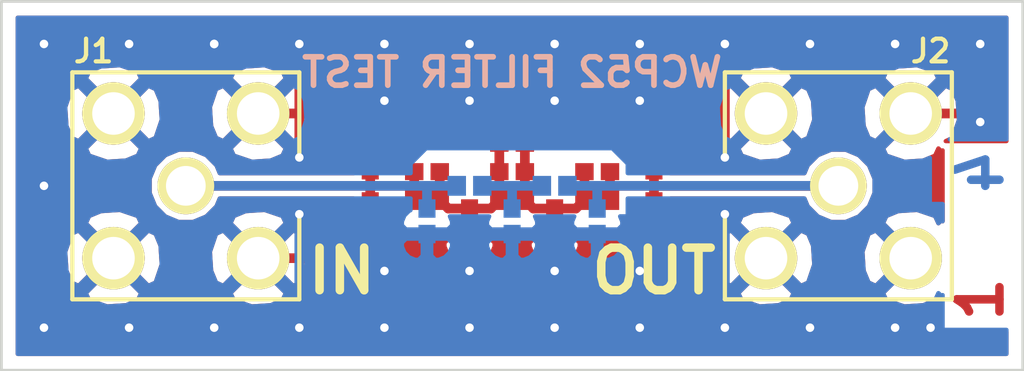
<source format=kicad_pcb>
(kicad_pcb (version 4) (host pcbnew "(2015-02-20 BZR 5435)-product")

  (general
    (links 40)
    (no_connects 0)
    (area 97.449999 69.449999 133.550001 82.550001)
    (thickness 1.6)
    (drawings 11)
    (tracks 124)
    (zones 0)
    (modules 20)
    (nets 7)
  )

  (page A4)
  (layers
    (0 F.Cu signal)
    (1 In1.Cu signal)
    (2 In2.Cu signal)
    (31 B.Cu signal)
    (32 B.Adhes user)
    (33 F.Adhes user)
    (34 B.Paste user)
    (35 F.Paste user)
    (36 B.SilkS user)
    (37 F.SilkS user)
    (38 B.Mask user)
    (39 F.Mask user)
    (40 Dwgs.User user)
    (41 Cmts.User user)
    (42 Eco1.User user)
    (43 Eco2.User user)
    (44 Edge.Cuts user)
    (45 Margin user)
    (46 B.CrtYd user)
    (47 F.CrtYd user)
    (48 B.Fab user)
    (49 F.Fab user)
  )

  (setup
    (last_trace_width 0.254)
    (trace_clearance 0.2)
    (zone_clearance 0.2)
    (zone_45_only no)
    (trace_min 0.254)
    (segment_width 0.2)
    (edge_width 0.1)
    (via_size 0.889)
    (via_drill 0.635)
    (via_min_size 0.6)
    (via_min_drill 0.3)
    (uvia_size 0.508)
    (uvia_drill 0.127)
    (uvias_allowed no)
    (uvia_min_size 0.508)
    (uvia_min_drill 0.127)
    (pcb_text_width 0.3)
    (pcb_text_size 1.5 1.5)
    (mod_edge_width 0.15)
    (mod_text_size 1 1)
    (mod_text_width 0.15)
    (pad_size 1.5 1.5)
    (pad_drill 0.6)
    (pad_to_mask_clearance 0)
    (aux_axis_origin 0 0)
    (visible_elements FFFEFF7F)
    (pcbplotparams
      (layerselection 0x010f0_80000007)
      (usegerberextensions true)
      (excludeedgelayer true)
      (linewidth 0.100000)
      (plotframeref false)
      (viasonmask false)
      (mode 1)
      (useauxorigin false)
      (hpglpennumber 1)
      (hpglpenspeed 20)
      (hpglpendiameter 15)
      (hpglpenoverlay 2)
      (psnegative false)
      (psa4output false)
      (plotreference true)
      (plotvalue true)
      (plotinvisibletext false)
      (padsonsilk false)
      (subtractmaskfromsilk false)
      (outputformat 1)
      (mirror false)
      (drillshape 0)
      (scaleselection 1)
      (outputdirectory ""))
  )

  (net 0 "")
  (net 1 "Net-(C1-Pad1)")
  (net 2 "Net-(C1-Pad2)")
  (net 3 "Net-(C11-Pad1)")
  (net 4 "Net-(C10-Pad1)")
  (net 5 GND)
  (net 6 "Net-(C12-Pad1)")

  (net_class Default "This is the default net class."
    (clearance 0.2)
    (trace_width 0.254)
    (via_dia 0.889)
    (via_drill 0.635)
    (uvia_dia 0.508)
    (uvia_drill 0.127)
    (add_net GND)
    (add_net "Net-(C1-Pad1)")
    (add_net "Net-(C1-Pad2)")
    (add_net "Net-(C10-Pad1)")
    (add_net "Net-(C11-Pad1)")
    (add_net "Net-(C12-Pad1)")
  )

  (module conn-linx:CONN-CONSMA001 (layer F.Cu) (tedit 54EA42A7) (tstamp 54E7BDDF)
    (at 104 76)
    (path /54E7B894)
    (fp_text reference J1 (at -3.25 -4.75) (layer F.SilkS)
      (effects (font (size 0.8 0.8) (thickness 0.15)))
    )
    (fp_text value IN (at 0 0) (layer F.Fab)
      (effects (font (size 0.8 0.8) (thickness 0.15)))
    )
    (fp_line (start 4 4) (end 4 1) (layer F.SilkS) (width 0.15))
    (fp_line (start 4 -4) (end 4 -1) (layer F.SilkS) (width 0.15))
    (fp_line (start 4 -4) (end -4 -4) (layer F.Fab) (width 0.15))
    (fp_line (start -4 -4) (end -4 4) (layer F.Fab) (width 0.15))
    (fp_line (start -4 4) (end 4 4) (layer F.Fab) (width 0.15))
    (fp_line (start 4 -4) (end -4 -4) (layer F.SilkS) (width 0.15))
    (fp_line (start -4 -4) (end -4 4) (layer F.SilkS) (width 0.15))
    (fp_line (start -4 4) (end 4 4) (layer F.SilkS) (width 0.15))
    (fp_circle (center 0 0) (end 5 0) (layer F.CrtYd) (width 0.2))
    (pad 1 thru_hole circle (at 0 0) (size 2 2) (drill 1.4) (layers *.Cu *.Mask F.SilkS)
      (net 3 "Net-(C11-Pad1)"))
    (pad 2 thru_hole circle (at -2.55 -2.55) (size 2.2 2.2) (drill 1.5) (layers *.Cu *.Mask F.SilkS)
      (net 5 GND))
    (pad 2 thru_hole circle (at 2.55 -2.55) (size 2.2 2.2) (drill 1.5) (layers *.Cu *.Mask F.SilkS)
      (net 5 GND))
    (pad 2 thru_hole circle (at -2.55 2.55) (size 2.2 2.2) (drill 1.5) (layers *.Cu *.Mask F.SilkS)
      (net 5 GND))
    (pad 2 thru_hole circle (at 2.55 2.55) (size 2.2 2.2) (drill 1.5) (layers *.Cu *.Mask F.SilkS)
      (net 5 GND))
    (model conn_rf/sma_straight_32k101-400l5.wrl
      (at (xyz 0 0 0))
      (scale (xyz 1 1 1))
      (rotate (xyz 0 0 0))
    )
  )

  (module conn-linx:CONN-CONSMA001 (layer F.Cu) (tedit 54EA4293) (tstamp 54E92EDF)
    (at 127 76)
    (path /54E7C39E)
    (fp_text reference J2 (at 3.25 -4.75) (layer F.SilkS)
      (effects (font (size 0.8 0.8) (thickness 0.15)))
    )
    (fp_text value OUT (at 0 0) (layer F.Fab)
      (effects (font (size 0.8 0.8) (thickness 0.15)))
    )
    (fp_line (start -4 4) (end -4 1) (layer F.SilkS) (width 0.15))
    (fp_line (start -4 -4) (end -4 -1) (layer F.SilkS) (width 0.15))
    (fp_line (start 4 -4) (end -4 -4) (layer F.Fab) (width 0.15))
    (fp_line (start -4 4) (end 4 4) (layer F.Fab) (width 0.15))
    (fp_line (start 4 4) (end 4 -4) (layer F.Fab) (width 0.15))
    (fp_line (start 4 -4) (end -4 -4) (layer F.SilkS) (width 0.15))
    (fp_line (start -4 4) (end 4 4) (layer F.SilkS) (width 0.15))
    (fp_line (start 4 4) (end 4 -4) (layer F.SilkS) (width 0.15))
    (fp_circle (center 0 0) (end 5 0) (layer F.CrtYd) (width 0.2))
    (pad 1 thru_hole circle (at 0 0) (size 2 2) (drill 1.4) (layers *.Cu *.Mask F.SilkS)
      (net 4 "Net-(C10-Pad1)"))
    (pad 2 thru_hole circle (at -2.55 -2.55) (size 2.2 2.2) (drill 1.5) (layers *.Cu *.Mask F.SilkS)
      (net 5 GND))
    (pad 2 thru_hole circle (at 2.55 -2.55) (size 2.2 2.2) (drill 1.5) (layers *.Cu *.Mask F.SilkS)
      (net 5 GND))
    (pad 2 thru_hole circle (at -2.55 2.55) (size 2.2 2.2) (drill 1.5) (layers *.Cu *.Mask F.SilkS)
      (net 5 GND))
    (pad 2 thru_hole circle (at 2.55 2.55) (size 2.2 2.2) (drill 1.5) (layers *.Cu *.Mask F.SilkS)
      (net 5 GND))
    (model conn_rf/sma_straight_32k101-400l5.wrl
      (at (xyz 0 0 0))
      (scale (xyz 1 1 1))
      (rotate (xyz 0 0 0))
    )
  )

  (module IPC7351-Nominal:CAPC1005X55 (layer B.Cu) (tedit 54E7DAC5) (tstamp 54E7BDB9)
    (at 112.5 77.25 270)
    (descr "Capacitor,non-polarized,Chip;1.00mm L X 0.50mm W X 0.55mm H")
    (path /54E7D1D6)
    (fp_text reference C11 (at 0 0 270) (layer B.SilkS) hide
      (effects (font (size 0.8 0.8) (thickness 0.15)) (justify mirror))
    )
    (fp_text value C-0402 (at 0 0 270) (layer B.Fab)
      (effects (font (size 0.8 0.8) (thickness 0.15)) (justify mirror))
    )
    (fp_line (start -1.025 0.55) (end 1.025 0.55) (layer B.CrtYd) (width 0.15))
    (fp_line (start 1.025 0.55) (end 1.025 -0.55) (layer B.CrtYd) (width 0.15))
    (fp_line (start 1.025 -0.55) (end -1.025 -0.55) (layer B.CrtYd) (width 0.15))
    (fp_line (start -1.025 -0.55) (end -1.025 0.55) (layer B.CrtYd) (width 0.15))
    (pad 1 smd rect (at -0.45 0 270) (size 0.65 0.6) (layers B.Cu B.Paste B.Mask)
      (net 3 "Net-(C11-Pad1)"))
    (pad 2 smd rect (at 0.45 0 270) (size 0.65 0.6) (layers B.Cu B.Paste B.Mask)
      (net 5 GND))
    (model smd_cap/c_0402.wrl
      (at (xyz 0 0 0))
      (scale (xyz 1 1 1))
      (rotate (xyz 0 0 0))
    )
  )

  (module IPC7351-Nominal:CAPC1005X55 (layer B.Cu) (tedit 54E7DACD) (tstamp 54E7BDC3)
    (at 115.5 77.25 270)
    (descr "Capacitor,non-polarized,Chip;1.00mm L X 0.50mm W X 0.55mm H")
    (path /54E7D247)
    (fp_text reference C12 (at 0 0 270) (layer B.SilkS) hide
      (effects (font (size 0.8 0.8) (thickness 0.15)) (justify mirror))
    )
    (fp_text value C-0402 (at 0 0 270) (layer B.Fab)
      (effects (font (size 0.8 0.8) (thickness 0.15)) (justify mirror))
    )
    (fp_line (start -1.025 0.55) (end 1.025 0.55) (layer B.CrtYd) (width 0.15))
    (fp_line (start 1.025 0.55) (end 1.025 -0.55) (layer B.CrtYd) (width 0.15))
    (fp_line (start 1.025 -0.55) (end -1.025 -0.55) (layer B.CrtYd) (width 0.15))
    (fp_line (start -1.025 -0.55) (end -1.025 0.55) (layer B.CrtYd) (width 0.15))
    (pad 1 smd rect (at -0.45 0 270) (size 0.65 0.6) (layers B.Cu B.Paste B.Mask)
      (net 6 "Net-(C12-Pad1)"))
    (pad 2 smd rect (at 0.45 0 270) (size 0.65 0.6) (layers B.Cu B.Paste B.Mask)
      (net 5 GND))
    (model smd_cap/c_0402.wrl
      (at (xyz 0 0 0))
      (scale (xyz 1 1 1))
      (rotate (xyz 0 0 0))
    )
  )

  (module IPC7351-Nominal:CAPC1005X55 (layer B.Cu) (tedit 54E7DADF) (tstamp 54E7BDCD)
    (at 118.5 77.25 270)
    (descr "Capacitor,non-polarized,Chip;1.00mm L X 0.50mm W X 0.55mm H")
    (path /54E7D288)
    (fp_text reference C13 (at 0 0 270) (layer B.SilkS) hide
      (effects (font (size 0.8 0.8) (thickness 0.15)) (justify mirror))
    )
    (fp_text value C-0402 (at 0 0 270) (layer B.Fab)
      (effects (font (size 0.8 0.8) (thickness 0.15)) (justify mirror))
    )
    (fp_line (start -1.025 0.55) (end 1.025 0.55) (layer B.CrtYd) (width 0.15))
    (fp_line (start 1.025 0.55) (end 1.025 -0.55) (layer B.CrtYd) (width 0.15))
    (fp_line (start 1.025 -0.55) (end -1.025 -0.55) (layer B.CrtYd) (width 0.15))
    (fp_line (start -1.025 -0.55) (end -1.025 0.55) (layer B.CrtYd) (width 0.15))
    (pad 1 smd rect (at -0.45 0 270) (size 0.65 0.6) (layers B.Cu B.Paste B.Mask)
      (net 4 "Net-(C10-Pad1)"))
    (pad 2 smd rect (at 0.45 0 270) (size 0.65 0.6) (layers B.Cu B.Paste B.Mask)
      (net 5 GND))
    (model smd_cap/c_0402.wrl
      (at (xyz 0 0 0))
      (scale (xyz 1 1 1))
      (rotate (xyz 0 0 0))
    )
  )

  (module IPC7351-Nominal:INDC1005X60 (layer B.Cu) (tedit 54E7DACB) (tstamp 54E7C69A)
    (at 114 76 180)
    (descr "Inductor,Chip;1.00mm L X 0.50mm W X 0.60mm H")
    (path /54E7D2BA)
    (fp_text reference L4 (at 0 0 180) (layer B.SilkS) hide
      (effects (font (size 0.8 0.8) (thickness 0.15)) (justify mirror))
    )
    (fp_text value L-0402 (at 0 0 180) (layer B.Fab)
      (effects (font (size 0.8 0.8) (thickness 0.15)) (justify mirror))
    )
    (fp_line (start -1.025 0.6) (end 1.025 0.6) (layer B.CrtYd) (width 0.15))
    (fp_line (start 1.025 0.6) (end 1.025 -0.6) (layer B.CrtYd) (width 0.15))
    (fp_line (start 1.025 -0.6) (end -1.025 -0.6) (layer B.CrtYd) (width 0.15))
    (fp_line (start -1.025 -0.6) (end -1.025 0.6) (layer B.CrtYd) (width 0.15))
    (pad 1 smd rect (at -0.45 0 180) (size 0.65 0.7) (layers B.Cu B.Paste B.Mask)
      (net 6 "Net-(C12-Pad1)"))
    (pad 2 smd rect (at 0.45 0 180) (size 0.65 0.7) (layers B.Cu B.Paste B.Mask)
      (net 3 "Net-(C11-Pad1)"))
    (model smd_resistors/r_0402.wrl
      (at (xyz 0 0 0))
      (scale (xyz 1 1 1))
      (rotate (xyz 0 0 0))
    )
  )

  (module IPC7351-Nominal:INDC1005X60 (layer B.Cu) (tedit 54E7DAD5) (tstamp 54E7BE23)
    (at 117 76 180)
    (descr "Inductor,Chip;1.00mm L X 0.50mm W X 0.60mm H")
    (path /54E7D3CF)
    (fp_text reference L5 (at 0 0 180) (layer B.SilkS) hide
      (effects (font (size 0.8 0.8) (thickness 0.15)) (justify mirror))
    )
    (fp_text value L-0402 (at 0 0 180) (layer B.Fab)
      (effects (font (size 0.8 0.8) (thickness 0.15)) (justify mirror))
    )
    (fp_line (start -1.025 0.6) (end 1.025 0.6) (layer B.CrtYd) (width 0.15))
    (fp_line (start 1.025 0.6) (end 1.025 -0.6) (layer B.CrtYd) (width 0.15))
    (fp_line (start 1.025 -0.6) (end -1.025 -0.6) (layer B.CrtYd) (width 0.15))
    (fp_line (start -1.025 -0.6) (end -1.025 0.6) (layer B.CrtYd) (width 0.15))
    (pad 1 smd rect (at -0.45 0 180) (size 0.65 0.7) (layers B.Cu B.Paste B.Mask)
      (net 4 "Net-(C10-Pad1)"))
    (pad 2 smd rect (at 0.45 0 180) (size 0.65 0.7) (layers B.Cu B.Paste B.Mask)
      (net 6 "Net-(C12-Pad1)"))
    (model smd_resistors/r_0402.wrl
      (at (xyz 0 0 0))
      (scale (xyz 1 1 1))
      (rotate (xyz 0 0 0))
    )
  )

  (module IPC7351-Nominal:CAPC1005X55 (layer F.Cu) (tedit 54E7DACF) (tstamp 54E7C035)
    (at 115.5 75.5 180)
    (descr "Capacitor,non-polarized,Chip;1.00mm L X 0.50mm W X 0.55mm H")
    (path /54E7BD99)
    (fp_text reference C1 (at 0 0 180) (layer F.SilkS) hide
      (effects (font (size 0.8 0.8) (thickness 0.15)))
    )
    (fp_text value 4p7 (at 0 0 180) (layer F.Fab)
      (effects (font (size 0.8 0.8) (thickness 0.15)))
    )
    (fp_line (start -1.025 -0.55) (end 1.025 -0.55) (layer F.CrtYd) (width 0.15))
    (fp_line (start 1.025 -0.55) (end 1.025 0.55) (layer F.CrtYd) (width 0.15))
    (fp_line (start 1.025 0.55) (end -1.025 0.55) (layer F.CrtYd) (width 0.15))
    (fp_line (start -1.025 0.55) (end -1.025 -0.55) (layer F.CrtYd) (width 0.15))
    (pad 1 smd rect (at -0.45 0 180) (size 0.65 0.6) (layers F.Cu F.Paste F.Mask)
      (net 1 "Net-(C1-Pad1)"))
    (pad 2 smd rect (at 0.45 0 180) (size 0.65 0.6) (layers F.Cu F.Paste F.Mask)
      (net 2 "Net-(C1-Pad2)"))
    (model smd_cap/c_0402.wrl
      (at (xyz 0 0 0))
      (scale (xyz 1 1 1))
      (rotate (xyz 0 0 0))
    )
  )

  (module IPC7351-Nominal:CAPC1005X55 (layer F.Cu) (tedit 54E7DAC2) (tstamp 54E7C3FA)
    (at 112.5 75.5 180)
    (descr "Capacitor,non-polarized,Chip;1.00mm L X 0.50mm W X 0.55mm H")
    (path /54E7BAD1)
    (fp_text reference C2 (at 0 0 180) (layer F.SilkS) hide
      (effects (font (size 0.8 0.8) (thickness 0.15)))
    )
    (fp_text value 1p5 (at 0 0 180) (layer F.Fab)
      (effects (font (size 0.8 0.8) (thickness 0.15)))
    )
    (fp_line (start -1.025 -0.55) (end 1.025 -0.55) (layer F.CrtYd) (width 0.15))
    (fp_line (start 1.025 -0.55) (end 1.025 0.55) (layer F.CrtYd) (width 0.15))
    (fp_line (start 1.025 0.55) (end -1.025 0.55) (layer F.CrtYd) (width 0.15))
    (fp_line (start -1.025 0.55) (end -1.025 -0.55) (layer F.CrtYd) (width 0.15))
    (pad 1 smd rect (at -0.45 0 180) (size 0.65 0.6) (layers F.Cu F.Paste F.Mask)
      (net 2 "Net-(C1-Pad2)"))
    (pad 2 smd rect (at 0.45 0 180) (size 0.65 0.6) (layers F.Cu F.Paste F.Mask)
      (net 3 "Net-(C11-Pad1)"))
    (model smd_cap/c_0402.wrl
      (at (xyz 0 0 0))
      (scale (xyz 1 1 1))
      (rotate (xyz 0 0 0))
    )
  )

  (module IPC7351-Nominal:CAPC1005X55 (layer F.Cu) (tedit 54E7DAD1) (tstamp 54E7C049)
    (at 115.5 74.5 180)
    (descr "Capacitor,non-polarized,Chip;1.00mm L X 0.50mm W X 0.55mm H")
    (path /54E7BE29)
    (fp_text reference C3 (at 0 0 180) (layer F.SilkS) hide
      (effects (font (size 0.8 0.8) (thickness 0.15)))
    )
    (fp_text value 4p7 (at 0 0 180) (layer F.Fab)
      (effects (font (size 0.8 0.8) (thickness 0.15)))
    )
    (fp_line (start -1.025 -0.55) (end 1.025 -0.55) (layer F.CrtYd) (width 0.15))
    (fp_line (start 1.025 -0.55) (end 1.025 0.55) (layer F.CrtYd) (width 0.15))
    (fp_line (start 1.025 0.55) (end -1.025 0.55) (layer F.CrtYd) (width 0.15))
    (fp_line (start -1.025 0.55) (end -1.025 -0.55) (layer F.CrtYd) (width 0.15))
    (pad 1 smd rect (at -0.45 0 180) (size 0.65 0.6) (layers F.Cu F.Paste F.Mask)
      (net 1 "Net-(C1-Pad1)"))
    (pad 2 smd rect (at 0.45 0 180) (size 0.65 0.6) (layers F.Cu F.Paste F.Mask)
      (net 2 "Net-(C1-Pad2)"))
    (model smd_cap/c_0402.wrl
      (at (xyz 0 0 0))
      (scale (xyz 1 1 1))
      (rotate (xyz 0 0 0))
    )
  )

  (module IPC7351-Nominal:CAPC1005X55 (layer F.Cu) (tedit 54E7DADA) (tstamp 54E7C053)
    (at 118.5 75.5 180)
    (descr "Capacitor,non-polarized,Chip;1.00mm L X 0.50mm W X 0.55mm H")
    (path /54E7C10F)
    (fp_text reference C4 (at 0 0 180) (layer F.SilkS) hide
      (effects (font (size 0.8 0.8) (thickness 0.15)))
    )
    (fp_text value 4p7 (at 0 0 180) (layer F.Fab)
      (effects (font (size 0.8 0.8) (thickness 0.15)))
    )
    (fp_line (start -1.025 -0.55) (end 1.025 -0.55) (layer F.CrtYd) (width 0.15))
    (fp_line (start 1.025 -0.55) (end 1.025 0.55) (layer F.CrtYd) (width 0.15))
    (fp_line (start 1.025 0.55) (end -1.025 0.55) (layer F.CrtYd) (width 0.15))
    (fp_line (start -1.025 0.55) (end -1.025 -0.55) (layer F.CrtYd) (width 0.15))
    (pad 1 smd rect (at -0.45 0 180) (size 0.65 0.6) (layers F.Cu F.Paste F.Mask)
      (net 4 "Net-(C10-Pad1)"))
    (pad 2 smd rect (at 0.45 0 180) (size 0.65 0.6) (layers F.Cu F.Paste F.Mask)
      (net 1 "Net-(C1-Pad1)"))
    (model smd_cap/c_0402.wrl
      (at (xyz 0 0 0))
      (scale (xyz 1 1 1))
      (rotate (xyz 0 0 0))
    )
  )

  (module IPC7351-Nominal:CAPC1005X55 (layer F.Cu) (tedit 54E7DABD) (tstamp 54E7C4F6)
    (at 110.5 75 90)
    (descr "Capacitor,non-polarized,Chip;1.00mm L X 0.50mm W X 0.55mm H")
    (path /54E7B91C)
    (fp_text reference C5 (at 0 0 90) (layer F.SilkS) hide
      (effects (font (size 0.8 0.8) (thickness 0.15)))
    )
    (fp_text value 22p (at 0 0 90) (layer F.Fab)
      (effects (font (size 0.8 0.8) (thickness 0.15)))
    )
    (fp_line (start -1.025 -0.55) (end 1.025 -0.55) (layer F.CrtYd) (width 0.15))
    (fp_line (start 1.025 -0.55) (end 1.025 0.55) (layer F.CrtYd) (width 0.15))
    (fp_line (start 1.025 0.55) (end -1.025 0.55) (layer F.CrtYd) (width 0.15))
    (fp_line (start -1.025 0.55) (end -1.025 -0.55) (layer F.CrtYd) (width 0.15))
    (pad 1 smd rect (at -0.45 0 90) (size 0.65 0.6) (layers F.Cu F.Paste F.Mask)
      (net 3 "Net-(C11-Pad1)"))
    (pad 2 smd rect (at 0.45 0 90) (size 0.65 0.6) (layers F.Cu F.Paste F.Mask)
      (net 5 GND))
    (model smd_cap/c_0402.wrl
      (at (xyz 0 0 0))
      (scale (xyz 1 1 1))
      (rotate (xyz 0 0 0))
    )
  )

  (module IPC7351-Nominal:CAPC1005X55 (layer F.Cu) (tedit 54E7DAC0) (tstamp 54E7C501)
    (at 110.5 77 270)
    (descr "Capacitor,non-polarized,Chip;1.00mm L X 0.50mm W X 0.55mm H")
    (path /54E7BA78)
    (fp_text reference C6 (at 0 0 270) (layer F.SilkS) hide
      (effects (font (size 0.8 0.8) (thickness 0.15)))
    )
    (fp_text value 22p (at 0 0 270) (layer F.Fab)
      (effects (font (size 0.8 0.8) (thickness 0.15)))
    )
    (fp_line (start -1.025 -0.55) (end 1.025 -0.55) (layer F.CrtYd) (width 0.15))
    (fp_line (start 1.025 -0.55) (end 1.025 0.55) (layer F.CrtYd) (width 0.15))
    (fp_line (start 1.025 0.55) (end -1.025 0.55) (layer F.CrtYd) (width 0.15))
    (fp_line (start -1.025 0.55) (end -1.025 -0.55) (layer F.CrtYd) (width 0.15))
    (pad 1 smd rect (at -0.45 0 270) (size 0.65 0.6) (layers F.Cu F.Paste F.Mask)
      (net 3 "Net-(C11-Pad1)"))
    (pad 2 smd rect (at 0.45 0 270) (size 0.65 0.6) (layers F.Cu F.Paste F.Mask)
      (net 5 GND))
    (model smd_cap/c_0402.wrl
      (at (xyz 0 0 0))
      (scale (xyz 1 1 1))
      (rotate (xyz 0 0 0))
    )
  )

  (module IPC7351-Nominal:CAPC1005X55 (layer F.Cu) (tedit 54E7DACA) (tstamp 54E7C517)
    (at 114 77.25 270)
    (descr "Capacitor,non-polarized,Chip;1.00mm L X 0.50mm W X 0.55mm H")
    (path /54E7BBDA)
    (fp_text reference C7 (at 0 0 270) (layer F.SilkS) hide
      (effects (font (size 0.8 0.8) (thickness 0.15)))
    )
    (fp_text value 56p (at 0 0 270) (layer F.Fab)
      (effects (font (size 0.8 0.8) (thickness 0.15)))
    )
    (fp_line (start -1.025 -0.55) (end 1.025 -0.55) (layer F.CrtYd) (width 0.15))
    (fp_line (start 1.025 -0.55) (end 1.025 0.55) (layer F.CrtYd) (width 0.15))
    (fp_line (start 1.025 0.55) (end -1.025 0.55) (layer F.CrtYd) (width 0.15))
    (fp_line (start -1.025 0.55) (end -1.025 -0.55) (layer F.CrtYd) (width 0.15))
    (pad 1 smd rect (at -0.45 0 270) (size 0.65 0.6) (layers F.Cu F.Paste F.Mask)
      (net 2 "Net-(C1-Pad2)"))
    (pad 2 smd rect (at 0.45 0 270) (size 0.65 0.6) (layers F.Cu F.Paste F.Mask)
      (net 5 GND))
    (model smd_cap/c_0402.wrl
      (at (xyz 0 0 0))
      (scale (xyz 1 1 1))
      (rotate (xyz 0 0 0))
    )
  )

  (module IPC7351-Nominal:CAPC1005X55 (layer F.Cu) (tedit 54E7DAD7) (tstamp 54E7C07B)
    (at 117 77.25 270)
    (descr "Capacitor,non-polarized,Chip;1.00mm L X 0.50mm W X 0.55mm H")
    (path /54E7C029)
    (fp_text reference C8 (at 0 0 270) (layer F.SilkS) hide
      (effects (font (size 0.8 0.8) (thickness 0.15)))
    )
    (fp_text value 56p (at 0 0 270) (layer F.Fab)
      (effects (font (size 0.8 0.8) (thickness 0.15)))
    )
    (fp_line (start -1.025 -0.55) (end 1.025 -0.55) (layer F.CrtYd) (width 0.15))
    (fp_line (start 1.025 -0.55) (end 1.025 0.55) (layer F.CrtYd) (width 0.15))
    (fp_line (start 1.025 0.55) (end -1.025 0.55) (layer F.CrtYd) (width 0.15))
    (fp_line (start -1.025 0.55) (end -1.025 -0.55) (layer F.CrtYd) (width 0.15))
    (pad 1 smd rect (at -0.45 0 270) (size 0.65 0.6) (layers F.Cu F.Paste F.Mask)
      (net 1 "Net-(C1-Pad1)"))
    (pad 2 smd rect (at 0.45 0 270) (size 0.65 0.6) (layers F.Cu F.Paste F.Mask)
      (net 5 GND))
    (model smd_cap/c_0402.wrl
      (at (xyz 0 0 0))
      (scale (xyz 1 1 1))
      (rotate (xyz 0 0 0))
    )
  )

  (module IPC7351-Nominal:CAPC1005X55 (layer F.Cu) (tedit 54E7DAE1) (tstamp 54E7C085)
    (at 120.5 75 90)
    (descr "Capacitor,non-polarized,Chip;1.00mm L X 0.50mm W X 0.55mm H")
    (path /54E7C16D)
    (fp_text reference C9 (at 0 0 90) (layer F.SilkS) hide
      (effects (font (size 0.8 0.8) (thickness 0.15)))
    )
    (fp_text value 22p (at 0 0 90) (layer F.Fab)
      (effects (font (size 0.8 0.8) (thickness 0.15)))
    )
    (fp_line (start -1.025 -0.55) (end 1.025 -0.55) (layer F.CrtYd) (width 0.15))
    (fp_line (start 1.025 -0.55) (end 1.025 0.55) (layer F.CrtYd) (width 0.15))
    (fp_line (start 1.025 0.55) (end -1.025 0.55) (layer F.CrtYd) (width 0.15))
    (fp_line (start -1.025 0.55) (end -1.025 -0.55) (layer F.CrtYd) (width 0.15))
    (pad 1 smd rect (at -0.45 0 90) (size 0.65 0.6) (layers F.Cu F.Paste F.Mask)
      (net 4 "Net-(C10-Pad1)"))
    (pad 2 smd rect (at 0.45 0 90) (size 0.65 0.6) (layers F.Cu F.Paste F.Mask)
      (net 5 GND))
    (model smd_cap/c_0402.wrl
      (at (xyz 0 0 0))
      (scale (xyz 1 1 1))
      (rotate (xyz 0 0 0))
    )
  )

  (module IPC7351-Nominal:CAPC1005X55 (layer F.Cu) (tedit 54E7DAE3) (tstamp 54E7C08F)
    (at 120.5 77 270)
    (descr "Capacitor,non-polarized,Chip;1.00mm L X 0.50mm W X 0.55mm H")
    (path /54E7C25E)
    (fp_text reference C10 (at 0 0 270) (layer F.SilkS) hide
      (effects (font (size 0.8 0.8) (thickness 0.15)))
    )
    (fp_text value 18p (at 0 0 270) (layer F.Fab)
      (effects (font (size 0.8 0.8) (thickness 0.15)))
    )
    (fp_line (start -1.025 -0.55) (end 1.025 -0.55) (layer F.CrtYd) (width 0.15))
    (fp_line (start 1.025 -0.55) (end 1.025 0.55) (layer F.CrtYd) (width 0.15))
    (fp_line (start 1.025 0.55) (end -1.025 0.55) (layer F.CrtYd) (width 0.15))
    (fp_line (start -1.025 0.55) (end -1.025 -0.55) (layer F.CrtYd) (width 0.15))
    (pad 1 smd rect (at -0.45 0 270) (size 0.65 0.6) (layers F.Cu F.Paste F.Mask)
      (net 4 "Net-(C10-Pad1)"))
    (pad 2 smd rect (at 0.45 0 270) (size 0.65 0.6) (layers F.Cu F.Paste F.Mask)
      (net 5 GND))
    (model smd_cap/c_0402.wrl
      (at (xyz 0 0 0))
      (scale (xyz 1 1 1))
      (rotate (xyz 0 0 0))
    )
  )

  (module IPC7351-Nominal:INDC1005X60 (layer F.Cu) (tedit 54E7DAC7) (tstamp 54E7C5A3)
    (at 112.5 76.5 180)
    (descr "Inductor,Chip;1.00mm L X 0.50mm W X 0.60mm H")
    (path /54E7C4B7)
    (fp_text reference L1 (at 0 0 180) (layer F.SilkS) hide
      (effects (font (size 0.8 0.8) (thickness 0.15)))
    )
    (fp_text value 56n (at 0 0 180) (layer F.Fab)
      (effects (font (size 0.8 0.8) (thickness 0.15)))
    )
    (fp_line (start -1.025 -0.6) (end 1.025 -0.6) (layer F.CrtYd) (width 0.15))
    (fp_line (start 1.025 -0.6) (end 1.025 0.6) (layer F.CrtYd) (width 0.15))
    (fp_line (start 1.025 0.6) (end -1.025 0.6) (layer F.CrtYd) (width 0.15))
    (fp_line (start -1.025 0.6) (end -1.025 -0.6) (layer F.CrtYd) (width 0.15))
    (pad 1 smd rect (at -0.45 0 180) (size 0.65 0.7) (layers F.Cu F.Paste F.Mask)
      (net 2 "Net-(C1-Pad2)"))
    (pad 2 smd rect (at 0.45 0 180) (size 0.65 0.7) (layers F.Cu F.Paste F.Mask)
      (net 3 "Net-(C11-Pad1)"))
    (model smd_resistors/r_0402.wrl
      (at (xyz 0 0 0))
      (scale (xyz 1 1 1))
      (rotate (xyz 0 0 0))
    )
  )

  (module IPC7351-Nominal:INDC1005X60 (layer F.Cu) (tedit 54E7DAD3) (tstamp 54E7C5C3)
    (at 115.5 76.5 180)
    (descr "Inductor,Chip;1.00mm L X 0.50mm W X 0.60mm H")
    (path /54E7CA3F)
    (fp_text reference L2 (at 0 0 180) (layer F.SilkS) hide
      (effects (font (size 0.8 0.8) (thickness 0.15)))
    )
    (fp_text value 47n (at 0 0 180) (layer F.Fab)
      (effects (font (size 0.8 0.8) (thickness 0.15)))
    )
    (fp_line (start -1.025 -0.6) (end 1.025 -0.6) (layer F.CrtYd) (width 0.15))
    (fp_line (start 1.025 -0.6) (end 1.025 0.6) (layer F.CrtYd) (width 0.15))
    (fp_line (start 1.025 0.6) (end -1.025 0.6) (layer F.CrtYd) (width 0.15))
    (fp_line (start -1.025 0.6) (end -1.025 -0.6) (layer F.CrtYd) (width 0.15))
    (pad 1 smd rect (at -0.45 0 180) (size 0.65 0.7) (layers F.Cu F.Paste F.Mask)
      (net 1 "Net-(C1-Pad1)"))
    (pad 2 smd rect (at 0.45 0 180) (size 0.65 0.7) (layers F.Cu F.Paste F.Mask)
      (net 2 "Net-(C1-Pad2)"))
    (model smd_resistors/r_0402.wrl
      (at (xyz 0 0 0))
      (scale (xyz 1 1 1))
      (rotate (xyz 0 0 0))
    )
  )

  (module IPC7351-Nominal:INDC1005X60 (layer F.Cu) (tedit 54E7DADD) (tstamp 54E7C686)
    (at 118.5 76.5 180)
    (descr "Inductor,Chip;1.00mm L X 0.50mm W X 0.60mm H")
    (path /54E7CB74)
    (fp_text reference L3 (at 0 0 180) (layer F.SilkS) hide
      (effects (font (size 0.8 0.8) (thickness 0.15)))
    )
    (fp_text value 47n (at 0 0 180) (layer F.Fab)
      (effects (font (size 0.8 0.8) (thickness 0.15)))
    )
    (fp_line (start -1.025 -0.6) (end 1.025 -0.6) (layer F.CrtYd) (width 0.15))
    (fp_line (start 1.025 -0.6) (end 1.025 0.6) (layer F.CrtYd) (width 0.15))
    (fp_line (start 1.025 0.6) (end -1.025 0.6) (layer F.CrtYd) (width 0.15))
    (fp_line (start -1.025 0.6) (end -1.025 -0.6) (layer F.CrtYd) (width 0.15))
    (pad 1 smd rect (at -0.45 0 180) (size 0.65 0.7) (layers F.Cu F.Paste F.Mask)
      (net 4 "Net-(C10-Pad1)"))
    (pad 2 smd rect (at 0.45 0 180) (size 0.65 0.7) (layers F.Cu F.Paste F.Mask)
      (net 1 "Net-(C1-Pad1)"))
    (model smd_resistors/r_0402.wrl
      (at (xyz 0 0 0))
      (scale (xyz 1 1 1))
      (rotate (xyz 0 0 0))
    )
  )

  (gr_text 4 (at 132 75.5 90) (layer B.Cu)
    (effects (font (size 1.5 1.5) (thickness 0.3)) (justify mirror))
  )
  (gr_text 3 (at 132 77 90) (layer In2.Cu)
    (effects (font (size 1.5 1.5) (thickness 0.3)))
  )
  (gr_text 2 (at 132 78.5 90) (layer In1.Cu)
    (effects (font (size 1.5 1.5) (thickness 0.3)))
  )
  (gr_text 1 (at 132 80 90) (layer F.Cu)
    (effects (font (size 1.5 1.5) (thickness 0.3)))
  )
  (gr_text "WCP52 FILTER TEST" (at 115.5 72) (layer B.SilkS)
    (effects (font (size 1 1) (thickness 0.2)) (justify mirror))
  )
  (gr_text OUT (at 120.5 79) (layer F.SilkS)
    (effects (font (size 1.5 1.5) (thickness 0.3)))
  )
  (gr_text IN (at 109.5 79) (layer F.SilkS) (tstamp 54E930DE)
    (effects (font (size 1.5 1.5) (thickness 0.3)))
  )
  (gr_line (start 97.5 82.5) (end 97.5 69.5) (layer Edge.Cuts) (width 0.1))
  (gr_line (start 133.5 82.5) (end 97.5 82.5) (layer Edge.Cuts) (width 0.1))
  (gr_line (start 133.5 69.5) (end 133.5 82.5) (layer Edge.Cuts) (width 0.1))
  (gr_line (start 97.5 69.5) (end 133.5 69.5) (layer Edge.Cuts) (width 0.1))

  (segment (start 116.25 76.8) (end 115.95 76.5) (width 0.341) (layer F.Cu) (net 1))
  (segment (start 117 76.8) (end 116.25 76.8) (width 0.341) (layer F.Cu) (net 1))
  (segment (start 115.95 76.5) (end 115.95 75.5) (width 0.341) (layer F.Cu) (net 1))
  (segment (start 115.95 75.5) (end 115.95 74.5) (width 0.341) (layer F.Cu) (net 1))
  (segment (start 117.75 76.8) (end 118.05 76.5) (width 0.341) (layer F.Cu) (net 1))
  (segment (start 117 76.8) (end 117.75 76.8) (width 0.341) (layer F.Cu) (net 1))
  (segment (start 118.05 76.5) (end 118.05 75.5) (width 0.341) (layer F.Cu) (net 1))
  (segment (start 112.95 75.5) (end 112.95 76.5) (width 0.341) (layer F.Cu) (net 2))
  (segment (start 113.25 76.8) (end 112.95 76.5) (width 0.341) (layer F.Cu) (net 2))
  (segment (start 114 76.8) (end 113.25 76.8) (width 0.341) (layer F.Cu) (net 2))
  (segment (start 114.75 76.8) (end 115.05 76.5) (width 0.341) (layer F.Cu) (net 2))
  (segment (start 114 76.8) (end 114.75 76.8) (width 0.341) (layer F.Cu) (net 2))
  (segment (start 115.05 76.5) (end 115.05 75.5) (width 0.341) (layer F.Cu) (net 2))
  (segment (start 115.05 75.5) (end 115.05 74.5) (width 0.341) (layer F.Cu) (net 2))
  (segment (start 112.011064 76) (end 112.05 75.961064) (width 0.341) (layer F.Cu) (net 3))
  (segment (start 112.05 75.961064) (end 112.05 76.5) (width 0.341) (layer F.Cu) (net 3))
  (segment (start 112.05 75.5) (end 112.05 75.961064) (width 0.341) (layer F.Cu) (net 3))
  (segment (start 110.5 75.983435) (end 110.483435 76) (width 0.341) (layer F.Cu) (net 3))
  (segment (start 110.5 75.45) (end 110.5 75.983435) (width 0.341) (layer F.Cu) (net 3))
  (segment (start 110.483435 76) (end 112.011064 76) (width 0.341) (layer F.Cu) (net 3))
  (segment (start 104 76) (end 110.483435 76) (width 0.341) (layer F.Cu) (net 3))
  (segment (start 110.5 76.016565) (end 110.483435 76) (width 0.341) (layer F.Cu) (net 3))
  (segment (start 110.5 76.55) (end 110.5 76.016565) (width 0.341) (layer F.Cu) (net 3))
  (segment (start 112.5 76.8) (end 112.5 76.018745) (width 0.341) (layer B.Cu) (net 3))
  (segment (start 112.518745 76) (end 104 76) (width 0.341) (layer B.Cu) (net 3))
  (segment (start 112.5 76.018745) (end 112.518745 76) (width 0.341) (layer B.Cu) (net 3))
  (segment (start 113.55 76) (end 112.518745 76) (width 0.341) (layer B.Cu) (net 3))
  (segment (start 120.504868 76) (end 120.5 76.004868) (width 0.341) (layer F.Cu) (net 4))
  (segment (start 127 76) (end 120.504868 76) (width 0.341) (layer F.Cu) (net 4))
  (segment (start 120.5 76.004868) (end 120.5 76.55) (width 0.341) (layer F.Cu) (net 4))
  (segment (start 120.5 75.45) (end 120.5 76.004868) (width 0.341) (layer F.Cu) (net 4))
  (segment (start 118.971414 76) (end 118.95 75.978586) (width 0.341) (layer F.Cu) (net 4))
  (segment (start 127 76) (end 118.971414 76) (width 0.341) (layer F.Cu) (net 4))
  (segment (start 118.95 75.978586) (end 118.95 76.5) (width 0.341) (layer F.Cu) (net 4))
  (segment (start 118.95 75.5) (end 118.95 75.978586) (width 0.341) (layer F.Cu) (net 4))
  (segment (start 118.5 76.076045) (end 118.576045 76) (width 0.341) (layer B.Cu) (net 4))
  (segment (start 118.5 76.8) (end 118.5 76.076045) (width 0.341) (layer B.Cu) (net 4))
  (segment (start 118.576045 76) (end 127 76) (width 0.341) (layer B.Cu) (net 4))
  (segment (start 117.45 76) (end 118.576045 76) (width 0.341) (layer B.Cu) (net 4))
  (via (at 99 81) (size 0.6) (drill 0.3) (layers F.Cu B.Cu) (net 5))
  (segment (start 101.45 78.55) (end 99 81) (width 0.341) (layer F.Cu) (net 5))
  (via (at 102 81) (size 0.6) (drill 0.3) (layers F.Cu B.Cu) (net 5))
  (segment (start 99 81) (end 102 81) (width 0.341) (layer F.Cu) (net 5))
  (via (at 105 81) (size 0.6) (drill 0.3) (layers F.Cu B.Cu) (net 5))
  (segment (start 102 81) (end 105 81) (width 0.341) (layer F.Cu) (net 5))
  (via (at 108 81) (size 0.6) (drill 0.3) (layers F.Cu B.Cu) (net 5))
  (segment (start 105 81) (end 108 81) (width 0.341) (layer F.Cu) (net 5))
  (via (at 111 81) (size 0.6) (drill 0.3) (layers F.Cu B.Cu) (net 5))
  (segment (start 108 81) (end 111 81) (width 0.341) (layer F.Cu) (net 5))
  (via (at 114 81) (size 0.6) (drill 0.3) (layers F.Cu B.Cu) (net 5))
  (segment (start 111 81) (end 114 81) (width 0.341) (layer F.Cu) (net 5))
  (via (at 117 81) (size 0.6) (drill 0.3) (layers F.Cu B.Cu) (net 5))
  (segment (start 114 81) (end 117 81) (width 0.341) (layer F.Cu) (net 5))
  (via (at 120 81) (size 0.6) (drill 0.3) (layers F.Cu B.Cu) (net 5))
  (segment (start 117 81) (end 120 81) (width 0.341) (layer F.Cu) (net 5))
  (via (at 123 81) (size 0.6) (drill 0.3) (layers F.Cu B.Cu) (net 5))
  (segment (start 120 81) (end 123 81) (width 0.341) (layer F.Cu) (net 5))
  (via (at 126 81) (size 0.6) (drill 0.3) (layers F.Cu B.Cu) (net 5))
  (segment (start 123 81) (end 126 81) (width 0.341) (layer F.Cu) (net 5))
  (via (at 129 81) (size 0.6) (drill 0.3) (layers F.Cu B.Cu) (net 5))
  (segment (start 126 81) (end 129 81) (width 0.341) (layer F.Cu) (net 5))
  (via (at 132 71) (size 0.6) (drill 0.3) (layers F.Cu B.Cu) (net 5))
  (via (at 129 71) (size 0.6) (drill 0.3) (layers F.Cu B.Cu) (net 5))
  (segment (start 132 71) (end 129 71) (width 0.341) (layer B.Cu) (net 5))
  (via (at 126 71) (size 0.6) (drill 0.3) (layers F.Cu B.Cu) (net 5))
  (segment (start 129 71) (end 126 71) (width 0.341) (layer F.Cu) (net 5))
  (via (at 123 71) (size 0.6) (drill 0.3) (layers F.Cu B.Cu) (net 5))
  (segment (start 126 71) (end 123 71) (width 0.341) (layer B.Cu) (net 5))
  (via (at 120 71) (size 0.6) (drill 0.3) (layers F.Cu B.Cu) (net 5))
  (segment (start 123 71) (end 120 71) (width 0.341) (layer F.Cu) (net 5))
  (via (at 117 71) (size 0.6) (drill 0.3) (layers F.Cu B.Cu) (net 5))
  (segment (start 120 71) (end 117 71) (width 0.341) (layer B.Cu) (net 5))
  (via (at 114 71) (size 0.6) (drill 0.3) (layers F.Cu B.Cu) (net 5))
  (segment (start 117 71) (end 114 71) (width 0.341) (layer F.Cu) (net 5))
  (via (at 111 71) (size 0.6) (drill 0.3) (layers F.Cu B.Cu) (net 5))
  (segment (start 114 71) (end 111 71) (width 0.341) (layer B.Cu) (net 5))
  (via (at 108 71) (size 0.6) (drill 0.3) (layers F.Cu B.Cu) (net 5))
  (segment (start 111 71) (end 108 71) (width 0.341) (layer F.Cu) (net 5))
  (via (at 105 71) (size 0.6) (drill 0.3) (layers F.Cu B.Cu) (net 5))
  (segment (start 108 71) (end 105 71) (width 0.341) (layer B.Cu) (net 5))
  (via (at 105 71) (size 0.6) (drill 0.3) (layers F.Cu B.Cu) (net 5))
  (via (at 102 71) (size 0.6) (drill 0.3) (layers F.Cu B.Cu) (net 5))
  (segment (start 105 71) (end 102 71) (width 0.341) (layer F.Cu) (net 5))
  (via (at 99 71) (size 0.6) (drill 0.3) (layers F.Cu B.Cu) (net 5))
  (segment (start 102 71) (end 99 71) (width 0.341) (layer B.Cu) (net 5))
  (via (at 99 76) (size 0.6) (drill 0.3) (layers F.Cu B.Cu) (net 5))
  (segment (start 99 71) (end 99 76) (width 0.341) (layer F.Cu) (net 5))
  (via (at 111 73) (size 0.6) (drill 0.3) (layers F.Cu B.Cu) (net 5))
  (segment (start 110.55 73.45) (end 111 73) (width 0.341) (layer F.Cu) (net 5))
  (segment (start 106.55 73.45) (end 110.55 73.45) (width 0.341) (layer F.Cu) (net 5))
  (via (at 114 73) (size 0.6) (drill 0.3) (layers F.Cu B.Cu) (net 5))
  (segment (start 111 73) (end 114 73) (width 0.341) (layer B.Cu) (net 5))
  (via (at 117 73) (size 0.6) (drill 0.3) (layers F.Cu B.Cu) (net 5))
  (segment (start 114 73) (end 117 73) (width 0.341) (layer F.Cu) (net 5))
  (via (at 120 73) (size 0.6) (drill 0.3) (layers F.Cu B.Cu) (net 5))
  (segment (start 117 73) (end 120 73) (width 0.341) (layer B.Cu) (net 5))
  (via (at 111 79) (size 0.6) (drill 0.3) (layers F.Cu B.Cu) (net 5))
  (segment (start 110.55 78.55) (end 111 79) (width 0.341) (layer F.Cu) (net 5))
  (segment (start 106.55 78.55) (end 110.55 78.55) (width 0.341) (layer F.Cu) (net 5))
  (via (at 114 79) (size 0.6) (drill 0.3) (layers F.Cu B.Cu) (net 5))
  (segment (start 111 79) (end 114 79) (width 0.341) (layer B.Cu) (net 5))
  (via (at 117 79) (size 0.6) (drill 0.3) (layers F.Cu B.Cu) (net 5))
  (segment (start 114 79) (end 117 79) (width 0.341) (layer F.Cu) (net 5))
  (via (at 120 79) (size 0.6) (drill 0.3) (layers F.Cu B.Cu) (net 5))
  (segment (start 117 79) (end 120 79) (width 0.341) (layer B.Cu) (net 5))
  (via (at 108 75) (size 0.6) (drill 0.3) (layers F.Cu B.Cu) (net 5))
  (segment (start 108 71) (end 108 75) (width 0.341) (layer F.Cu) (net 5))
  (via (at 108 77) (size 0.6) (drill 0.3) (layers F.Cu B.Cu) (net 5))
  (segment (start 108 81) (end 108 77) (width 0.341) (layer B.Cu) (net 5))
  (via (at 123 75) (size 0.6) (drill 0.3) (layers F.Cu B.Cu) (net 5))
  (segment (start 123 71) (end 123 75) (width 0.341) (layer F.Cu) (net 5))
  (via (at 123 77) (size 0.6) (drill 0.3) (layers F.Cu B.Cu) (net 5))
  (segment (start 123 81) (end 123 77) (width 0.341) (layer B.Cu) (net 5))
  (segment (start 131.889115 73.45) (end 132 73.339115) (width 0.341) (layer F.Cu) (net 5))
  (segment (start 129.55 73.45) (end 131.889115 73.45) (width 0.341) (layer F.Cu) (net 5))
  (segment (start 132 73.339115) (end 132 71) (width 0.341) (layer F.Cu) (net 5))
  (segment (start 132 73.75) (end 132 73.339115) (width 0.341) (layer F.Cu) (net 5))
  (via (at 132 73.75) (size 0.6) (drill 0.3) (layers F.Cu B.Cu) (net 5))
  (via (at 130.25 81) (size 0.6) (drill 0.3) (layers F.Cu B.Cu) (net 5))
  (segment (start 130.25 81) (end 129 81) (width 0.341) (layer F.Cu) (net 5))
  (segment (start 115.5 76.036578) (end 115.463422 76) (width 0.341) (layer B.Cu) (net 6))
  (segment (start 115.5 76.8) (end 115.5 76.036578) (width 0.341) (layer B.Cu) (net 6))
  (segment (start 115.463422 76) (end 116.55 76) (width 0.341) (layer B.Cu) (net 6))
  (segment (start 114.45 76) (end 115.463422 76) (width 0.341) (layer B.Cu) (net 6))

  (zone (net 5) (net_name GND) (layer In1.Cu) (tstamp 0) (hatch edge 0.508)
    (connect_pads (clearance 0.508))
    (min_thickness 0.254)
    (fill yes (arc_segments 16) (thermal_gap 0.508) (thermal_bridge_width 0.508))
    (polygon
      (pts
        (xy 98 70) (xy 133 70) (xy 133 82) (xy 98 82)
      )
    )
    (filled_polygon
      (pts
        (xy 132.815 81.815) (xy 126.195323 81.815) (xy 126.195323 78.838407) (xy 126.172836 78.148547) (xy 125.952099 77.615641)
        (xy 125.674868 77.504737) (xy 125.495263 77.684342) (xy 125.495263 77.325132) (xy 125.384359 77.047901) (xy 124.738407 76.804677)
        (xy 124.048547 76.827164) (xy 123.515641 77.047901) (xy 123.404737 77.325132) (xy 124.45 78.370395) (xy 125.495263 77.325132)
        (xy 125.495263 77.684342) (xy 124.629605 78.55) (xy 125.674868 79.595263) (xy 125.952099 79.484359) (xy 126.195323 78.838407)
        (xy 126.195323 81.815) (xy 125.495263 81.815) (xy 125.495263 79.774868) (xy 124.45 78.729605) (xy 124.270395 78.90921)
        (xy 124.270395 78.55) (xy 123.225132 77.504737) (xy 122.947901 77.615641) (xy 122.704677 78.261593) (xy 122.727164 78.951453)
        (xy 122.947901 79.484359) (xy 123.225132 79.595263) (xy 124.270395 78.55) (xy 124.270395 78.90921) (xy 123.404737 79.774868)
        (xy 123.515641 80.052099) (xy 124.161593 80.295323) (xy 124.851453 80.272836) (xy 125.384359 80.052099) (xy 125.495263 79.774868)
        (xy 125.495263 81.815) (xy 108.295323 81.815) (xy 108.295323 78.838407) (xy 108.295323 73.738407) (xy 108.272836 73.048547)
        (xy 108.052099 72.515641) (xy 107.774868 72.404737) (xy 107.595263 72.584342) (xy 107.595263 72.225132) (xy 107.484359 71.947901)
        (xy 106.838407 71.704677) (xy 106.148547 71.727164) (xy 105.615641 71.947901) (xy 105.504737 72.225132) (xy 106.55 73.270395)
        (xy 107.595263 72.225132) (xy 107.595263 72.584342) (xy 106.729605 73.45) (xy 107.774868 74.495263) (xy 108.052099 74.384359)
        (xy 108.295323 73.738407) (xy 108.295323 78.838407) (xy 108.272836 78.148547) (xy 108.052099 77.615641) (xy 107.774868 77.504737)
        (xy 107.595263 77.684342) (xy 107.595263 77.325132) (xy 107.595263 74.674868) (xy 106.55 73.629605) (xy 106.370395 73.80921)
        (xy 106.370395 73.45) (xy 105.325132 72.404737) (xy 105.047901 72.515641) (xy 104.804677 73.161593) (xy 104.827164 73.851453)
        (xy 105.047901 74.384359) (xy 105.325132 74.495263) (xy 106.370395 73.45) (xy 106.370395 73.80921) (xy 105.504737 74.674868)
        (xy 105.615641 74.952099) (xy 106.261593 75.195323) (xy 106.951453 75.172836) (xy 107.484359 74.952099) (xy 107.595263 74.674868)
        (xy 107.595263 77.325132) (xy 107.484359 77.047901) (xy 106.838407 76.804677) (xy 106.148547 76.827164) (xy 105.635284 77.039764)
        (xy 105.635284 75.676205) (xy 105.386894 75.075057) (xy 104.927363 74.614722) (xy 104.326648 74.365284) (xy 103.676205 74.364716)
        (xy 103.195323 74.563412) (xy 103.195323 73.738407) (xy 103.172836 73.048547) (xy 102.952099 72.515641) (xy 102.674868 72.404737)
        (xy 102.495263 72.584342) (xy 102.495263 72.225132) (xy 102.384359 71.947901) (xy 101.738407 71.704677) (xy 101.048547 71.727164)
        (xy 100.515641 71.947901) (xy 100.404737 72.225132) (xy 101.45 73.270395) (xy 102.495263 72.225132) (xy 102.495263 72.584342)
        (xy 101.629605 73.45) (xy 102.674868 74.495263) (xy 102.952099 74.384359) (xy 103.195323 73.738407) (xy 103.195323 74.563412)
        (xy 103.075057 74.613106) (xy 102.614722 75.072637) (xy 102.495263 75.360326) (xy 102.495263 74.674868) (xy 101.45 73.629605)
        (xy 101.270395 73.80921) (xy 101.270395 73.45) (xy 100.225132 72.404737) (xy 99.947901 72.515641) (xy 99.704677 73.161593)
        (xy 99.727164 73.851453) (xy 99.947901 74.384359) (xy 100.225132 74.495263) (xy 101.270395 73.45) (xy 101.270395 73.80921)
        (xy 100.404737 74.674868) (xy 100.515641 74.952099) (xy 101.161593 75.195323) (xy 101.851453 75.172836) (xy 102.384359 74.952099)
        (xy 102.495263 74.674868) (xy 102.495263 75.360326) (xy 102.365284 75.673352) (xy 102.364716 76.323795) (xy 102.613106 76.924943)
        (xy 103.072637 77.385278) (xy 103.673352 77.634716) (xy 104.323795 77.635284) (xy 104.924943 77.386894) (xy 105.385278 76.927363)
        (xy 105.634716 76.326648) (xy 105.635284 75.676205) (xy 105.635284 77.039764) (xy 105.615641 77.047901) (xy 105.504737 77.325132)
        (xy 106.55 78.370395) (xy 107.595263 77.325132) (xy 107.595263 77.684342) (xy 106.729605 78.55) (xy 107.774868 79.595263)
        (xy 108.052099 79.484359) (xy 108.295323 78.838407) (xy 108.295323 81.815) (xy 107.595263 81.815) (xy 107.595263 79.774868)
        (xy 106.55 78.729605) (xy 106.370395 78.90921) (xy 106.370395 78.55) (xy 105.325132 77.504737) (xy 105.047901 77.615641)
        (xy 104.804677 78.261593) (xy 104.827164 78.951453) (xy 105.047901 79.484359) (xy 105.325132 79.595263) (xy 106.370395 78.55)
        (xy 106.370395 78.90921) (xy 105.504737 79.774868) (xy 105.615641 80.052099) (xy 106.261593 80.295323) (xy 106.951453 80.272836)
        (xy 107.484359 80.052099) (xy 107.595263 79.774868) (xy 107.595263 81.815) (xy 103.195323 81.815) (xy 103.195323 78.838407)
        (xy 103.172836 78.148547) (xy 102.952099 77.615641) (xy 102.674868 77.504737) (xy 102.495263 77.684342) (xy 102.495263 77.325132)
        (xy 102.384359 77.047901) (xy 101.738407 76.804677) (xy 101.048547 76.827164) (xy 100.515641 77.047901) (xy 100.404737 77.325132)
        (xy 101.45 78.370395) (xy 102.495263 77.325132) (xy 102.495263 77.684342) (xy 101.629605 78.55) (xy 102.674868 79.595263)
        (xy 102.952099 79.484359) (xy 103.195323 78.838407) (xy 103.195323 81.815) (xy 102.495263 81.815) (xy 102.495263 79.774868)
        (xy 101.45 78.729605) (xy 101.270395 78.90921) (xy 101.270395 78.55) (xy 100.225132 77.504737) (xy 99.947901 77.615641)
        (xy 99.704677 78.261593) (xy 99.727164 78.951453) (xy 99.947901 79.484359) (xy 100.225132 79.595263) (xy 101.270395 78.55)
        (xy 101.270395 78.90921) (xy 100.404737 79.774868) (xy 100.515641 80.052099) (xy 101.161593 80.295323) (xy 101.851453 80.272836)
        (xy 102.384359 80.052099) (xy 102.495263 79.774868) (xy 102.495263 81.815) (xy 98.185 81.815) (xy 98.185 70.185)
        (xy 132.815 70.185) (xy 132.815 74.373) (xy 131.056376 74.373) (xy 131.295323 73.738407) (xy 131.272836 73.048547)
        (xy 131.052099 72.515641) (xy 130.774868 72.404737) (xy 130.595263 72.584342) (xy 130.595263 72.225132) (xy 130.484359 71.947901)
        (xy 129.838407 71.704677) (xy 129.148547 71.727164) (xy 128.615641 71.947901) (xy 128.504737 72.225132) (xy 129.55 73.270395)
        (xy 130.595263 72.225132) (xy 130.595263 72.584342) (xy 129.729605 73.45) (xy 129.743747 73.464142) (xy 129.564142 73.643747)
        (xy 129.55 73.629605) (xy 129.370395 73.80921) (xy 129.370395 73.45) (xy 128.325132 72.404737) (xy 128.047901 72.515641)
        (xy 127.804677 73.161593) (xy 127.827164 73.851453) (xy 128.047901 74.384359) (xy 128.325132 74.495263) (xy 129.370395 73.45)
        (xy 129.370395 73.80921) (xy 128.504737 74.674868) (xy 128.615641 74.952099) (xy 129.261593 75.195323) (xy 129.951453 75.172836)
        (xy 130.484359 74.952099) (xy 130.595262 74.67487) (xy 130.595263 74.674871) (xy 130.623 74.702608) (xy 130.623 77.000714)
        (xy 130.595263 77.000714) (xy 130.35904 77.000714) (xy 129.838407 76.804677) (xy 129.148547 76.827164) (xy 128.635284 77.039764)
        (xy 128.635284 75.676205) (xy 128.386894 75.075057) (xy 127.927363 74.614722) (xy 127.326648 74.365284) (xy 126.676205 74.364716)
        (xy 126.195323 74.563412) (xy 126.195323 73.738407) (xy 126.172836 73.048547) (xy 125.952099 72.515641) (xy 125.674868 72.404737)
        (xy 125.495263 72.584342) (xy 125.495263 72.225132) (xy 125.384359 71.947901) (xy 124.738407 71.704677) (xy 124.048547 71.727164)
        (xy 123.515641 71.947901) (xy 123.404737 72.225132) (xy 124.45 73.270395) (xy 125.495263 72.225132) (xy 125.495263 72.584342)
        (xy 124.629605 73.45) (xy 125.674868 74.495263) (xy 125.952099 74.384359) (xy 126.195323 73.738407) (xy 126.195323 74.563412)
        (xy 126.075057 74.613106) (xy 125.614722 75.072637) (xy 125.495263 75.360326) (xy 125.495263 74.674868) (xy 124.45 73.629605)
        (xy 124.270395 73.80921) (xy 124.270395 73.45) (xy 123.225132 72.404737) (xy 122.947901 72.515641) (xy 122.704677 73.161593)
        (xy 122.727164 73.851453) (xy 122.947901 74.384359) (xy 123.225132 74.495263) (xy 124.270395 73.45) (xy 124.270395 73.80921)
        (xy 123.404737 74.674868) (xy 123.515641 74.952099) (xy 124.161593 75.195323) (xy 124.851453 75.172836) (xy 125.384359 74.952099)
        (xy 125.495263 74.674868) (xy 125.495263 75.360326) (xy 125.365284 75.673352) (xy 125.364716 76.323795) (xy 125.613106 76.924943)
        (xy 126.072637 77.385278) (xy 126.673352 77.634716) (xy 127.323795 77.635284) (xy 127.924943 77.386894) (xy 128.385278 76.927363)
        (xy 128.634716 76.326648) (xy 128.635284 75.676205) (xy 128.635284 77.039764) (xy 128.615641 77.047901) (xy 128.504737 77.325132)
        (xy 129.55 78.370395) (xy 129.564142 78.356252) (xy 129.743747 78.535857) (xy 129.729605 78.55) (xy 129.743747 78.564142)
        (xy 129.564142 78.743747) (xy 129.55 78.729605) (xy 129.370395 78.90921) (xy 129.370395 78.55) (xy 128.325132 77.504737)
        (xy 128.047901 77.615641) (xy 127.804677 78.261593) (xy 127.827164 78.951453) (xy 128.047901 79.484359) (xy 128.325132 79.595263)
        (xy 129.370395 78.55) (xy 129.370395 78.90921) (xy 128.504737 79.774868) (xy 128.615641 80.052099) (xy 129.261593 80.295323)
        (xy 129.951453 80.272836) (xy 130.484359 80.052099) (xy 130.505486 79.999285) (xy 130.623 79.999285) (xy 130.623 81.127)
        (xy 132.815 81.127) (xy 132.815 81.815)
      )
    )
  )
  (zone (net 5) (net_name GND) (layer In2.Cu) (tstamp 0) (hatch edge 0.508)
    (connect_pads (clearance 0.508))
    (min_thickness 0.254)
    (fill yes (arc_segments 16) (thermal_gap 0.508) (thermal_bridge_width 0.508))
    (polygon
      (pts
        (xy 98 70.5) (xy 98 70) (xy 133 70) (xy 133 82) (xy 98 82)
      )
    )
    (filled_polygon
      (pts
        (xy 132.815 81.815) (xy 130.595263 81.815) (xy 126.195323 81.815) (xy 126.195323 78.838407) (xy 126.172836 78.148547)
        (xy 125.952099 77.615641) (xy 125.674868 77.504737) (xy 125.495263 77.684342) (xy 125.495263 77.325132) (xy 125.384359 77.047901)
        (xy 124.738407 76.804677) (xy 124.048547 76.827164) (xy 123.515641 77.047901) (xy 123.404737 77.325132) (xy 124.45 78.370395)
        (xy 125.495263 77.325132) (xy 125.495263 77.684342) (xy 124.629605 78.55) (xy 125.674868 79.595263) (xy 125.952099 79.484359)
        (xy 126.195323 78.838407) (xy 126.195323 81.815) (xy 125.495263 81.815) (xy 125.495263 79.774868) (xy 124.45 78.729605)
        (xy 124.270395 78.90921) (xy 124.270395 78.55) (xy 123.225132 77.504737) (xy 122.947901 77.615641) (xy 122.704677 78.261593)
        (xy 122.727164 78.951453) (xy 122.947901 79.484359) (xy 123.225132 79.595263) (xy 124.270395 78.55) (xy 124.270395 78.90921)
        (xy 123.404737 79.774868) (xy 123.515641 80.052099) (xy 124.161593 80.295323) (xy 124.851453 80.272836) (xy 125.384359 80.052099)
        (xy 125.495263 79.774868) (xy 125.495263 81.815) (xy 108.295323 81.815) (xy 108.295323 78.838407) (xy 108.295323 73.738407)
        (xy 108.272836 73.048547) (xy 108.052099 72.515641) (xy 107.774868 72.404737) (xy 107.595263 72.584342) (xy 107.595263 72.225132)
        (xy 107.484359 71.947901) (xy 106.838407 71.704677) (xy 106.148547 71.727164) (xy 105.615641 71.947901) (xy 105.504737 72.225132)
        (xy 106.55 73.270395) (xy 107.595263 72.225132) (xy 107.595263 72.584342) (xy 106.729605 73.45) (xy 107.774868 74.495263)
        (xy 108.052099 74.384359) (xy 108.295323 73.738407) (xy 108.295323 78.838407) (xy 108.272836 78.148547) (xy 108.052099 77.615641)
        (xy 107.774868 77.504737) (xy 107.595263 77.684342) (xy 107.595263 77.325132) (xy 107.595263 74.674868) (xy 106.55 73.629605)
        (xy 106.370395 73.80921) (xy 106.370395 73.45) (xy 105.325132 72.404737) (xy 105.047901 72.515641) (xy 104.804677 73.161593)
        (xy 104.827164 73.851453) (xy 105.047901 74.384359) (xy 105.325132 74.495263) (xy 106.370395 73.45) (xy 106.370395 73.80921)
        (xy 105.504737 74.674868) (xy 105.615641 74.952099) (xy 106.261593 75.195323) (xy 106.951453 75.172836) (xy 107.484359 74.952099)
        (xy 107.595263 74.674868) (xy 107.595263 77.325132) (xy 107.484359 77.047901) (xy 106.838407 76.804677) (xy 106.148547 76.827164)
        (xy 105.635284 77.039764) (xy 105.635284 75.676205) (xy 105.386894 75.075057) (xy 104.927363 74.614722) (xy 104.326648 74.365284)
        (xy 103.676205 74.364716) (xy 103.195323 74.563412) (xy 103.195323 73.738407) (xy 103.172836 73.048547) (xy 102.952099 72.515641)
        (xy 102.674868 72.404737) (xy 102.495263 72.584342) (xy 102.495263 72.225132) (xy 102.384359 71.947901) (xy 101.738407 71.704677)
        (xy 101.048547 71.727164) (xy 100.515641 71.947901) (xy 100.404737 72.225132) (xy 101.45 73.270395) (xy 102.495263 72.225132)
        (xy 102.495263 72.584342) (xy 101.629605 73.45) (xy 102.674868 74.495263) (xy 102.952099 74.384359) (xy 103.195323 73.738407)
        (xy 103.195323 74.563412) (xy 103.075057 74.613106) (xy 102.614722 75.072637) (xy 102.495263 75.360326) (xy 102.495263 74.674868)
        (xy 101.45 73.629605) (xy 101.270395 73.80921) (xy 101.270395 73.45) (xy 100.225132 72.404737) (xy 99.947901 72.515641)
        (xy 99.704677 73.161593) (xy 99.727164 73.851453) (xy 99.947901 74.384359) (xy 100.225132 74.495263) (xy 101.270395 73.45)
        (xy 101.270395 73.80921) (xy 100.404737 74.674868) (xy 100.515641 74.952099) (xy 101.161593 75.195323) (xy 101.851453 75.172836)
        (xy 102.384359 74.952099) (xy 102.495263 74.674868) (xy 102.495263 75.360326) (xy 102.365284 75.673352) (xy 102.364716 76.323795)
        (xy 102.613106 76.924943) (xy 103.072637 77.385278) (xy 103.673352 77.634716) (xy 104.323795 77.635284) (xy 104.924943 77.386894)
        (xy 105.385278 76.927363) (xy 105.634716 76.326648) (xy 105.635284 75.676205) (xy 105.635284 77.039764) (xy 105.615641 77.047901)
        (xy 105.504737 77.325132) (xy 106.55 78.370395) (xy 107.595263 77.325132) (xy 107.595263 77.684342) (xy 106.729605 78.55)
        (xy 107.774868 79.595263) (xy 108.052099 79.484359) (xy 108.295323 78.838407) (xy 108.295323 81.815) (xy 107.595263 81.815)
        (xy 107.595263 79.774868) (xy 106.55 78.729605) (xy 106.370395 78.90921) (xy 106.370395 78.55) (xy 105.325132 77.504737)
        (xy 105.047901 77.615641) (xy 104.804677 78.261593) (xy 104.827164 78.951453) (xy 105.047901 79.484359) (xy 105.325132 79.595263)
        (xy 106.370395 78.55) (xy 106.370395 78.90921) (xy 105.504737 79.774868) (xy 105.615641 80.052099) (xy 106.261593 80.295323)
        (xy 106.951453 80.272836) (xy 107.484359 80.052099) (xy 107.595263 79.774868) (xy 107.595263 81.815) (xy 103.195323 81.815)
        (xy 103.195323 78.838407) (xy 103.172836 78.148547) (xy 102.952099 77.615641) (xy 102.674868 77.504737) (xy 102.495263 77.684342)
        (xy 102.495263 77.325132) (xy 102.384359 77.047901) (xy 101.738407 76.804677) (xy 101.048547 76.827164) (xy 100.515641 77.047901)
        (xy 100.404737 77.325132) (xy 101.45 78.370395) (xy 102.495263 77.325132) (xy 102.495263 77.684342) (xy 101.629605 78.55)
        (xy 102.674868 79.595263) (xy 102.952099 79.484359) (xy 103.195323 78.838407) (xy 103.195323 81.815) (xy 102.495263 81.815)
        (xy 102.495263 79.774868) (xy 101.45 78.729605) (xy 101.270395 78.90921) (xy 101.270395 78.55) (xy 100.225132 77.504737)
        (xy 99.947901 77.615641) (xy 99.704677 78.261593) (xy 99.727164 78.951453) (xy 99.947901 79.484359) (xy 100.225132 79.595263)
        (xy 101.270395 78.55) (xy 101.270395 78.90921) (xy 100.404737 79.774868) (xy 100.515641 80.052099) (xy 101.161593 80.295323)
        (xy 101.851453 80.272836) (xy 102.384359 80.052099) (xy 102.495263 79.774868) (xy 102.495263 81.815) (xy 98.185 81.815)
        (xy 98.185 70.185) (xy 132.815 70.185) (xy 132.815 74.373) (xy 131.056376 74.373) (xy 131.295323 73.738407)
        (xy 131.272836 73.048547) (xy 131.052099 72.515641) (xy 130.774868 72.404737) (xy 130.595263 72.584342) (xy 130.595263 72.225132)
        (xy 130.484359 71.947901) (xy 129.838407 71.704677) (xy 129.148547 71.727164) (xy 128.615641 71.947901) (xy 128.504737 72.225132)
        (xy 129.55 73.270395) (xy 130.595263 72.225132) (xy 130.595263 72.584342) (xy 129.729605 73.45) (xy 129.743747 73.464142)
        (xy 129.564142 73.643747) (xy 129.55 73.629605) (xy 129.370395 73.80921) (xy 129.370395 73.45) (xy 128.325132 72.404737)
        (xy 128.047901 72.515641) (xy 127.804677 73.161593) (xy 127.827164 73.851453) (xy 128.047901 74.384359) (xy 128.325132 74.495263)
        (xy 129.370395 73.45) (xy 129.370395 73.80921) (xy 128.504737 74.674868) (xy 128.615641 74.952099) (xy 129.261593 75.195323)
        (xy 129.951453 75.172836) (xy 130.484359 74.952099) (xy 130.595262 74.67487) (xy 130.595263 74.674871) (xy 130.623 74.702608)
        (xy 130.623 75.500714) (xy 130.595263 75.500714) (xy 129.865 75.500714) (xy 129.865 76.81469) (xy 129.838407 76.804677)
        (xy 129.148547 76.827164) (xy 128.635284 77.039764) (xy 128.635284 75.676205) (xy 128.386894 75.075057) (xy 127.927363 74.614722)
        (xy 127.326648 74.365284) (xy 126.676205 74.364716) (xy 126.195323 74.563412) (xy 126.195323 73.738407) (xy 126.172836 73.048547)
        (xy 125.952099 72.515641) (xy 125.674868 72.404737) (xy 125.495263 72.584342) (xy 125.495263 72.225132) (xy 125.384359 71.947901)
        (xy 124.738407 71.704677) (xy 124.048547 71.727164) (xy 123.515641 71.947901) (xy 123.404737 72.225132) (xy 124.45 73.270395)
        (xy 125.495263 72.225132) (xy 125.495263 72.584342) (xy 124.629605 73.45) (xy 125.674868 74.495263) (xy 125.952099 74.384359)
        (xy 126.195323 73.738407) (xy 126.195323 74.563412) (xy 126.075057 74.613106) (xy 125.614722 75.072637) (xy 125.495263 75.360326)
        (xy 125.495263 74.674868) (xy 124.45 73.629605) (xy 124.270395 73.80921) (xy 124.270395 73.45) (xy 123.225132 72.404737)
        (xy 122.947901 72.515641) (xy 122.704677 73.161593) (xy 122.727164 73.851453) (xy 122.947901 74.384359) (xy 123.225132 74.495263)
        (xy 124.270395 73.45) (xy 124.270395 73.80921) (xy 123.404737 74.674868) (xy 123.515641 74.952099) (xy 124.161593 75.195323)
        (xy 124.851453 75.172836) (xy 125.384359 74.952099) (xy 125.495263 74.674868) (xy 125.495263 75.360326) (xy 125.365284 75.673352)
        (xy 125.364716 76.323795) (xy 125.613106 76.924943) (xy 126.072637 77.385278) (xy 126.673352 77.634716) (xy 127.323795 77.635284)
        (xy 127.924943 77.386894) (xy 128.385278 76.927363) (xy 128.634716 76.326648) (xy 128.635284 75.676205) (xy 128.635284 77.039764)
        (xy 128.615641 77.047901) (xy 128.504737 77.325132) (xy 129.55 78.370395) (xy 129.564142 78.356252) (xy 129.743747 78.535857)
        (xy 129.729605 78.55) (xy 129.743747 78.564142) (xy 129.564142 78.743747) (xy 129.55 78.729605) (xy 129.370395 78.90921)
        (xy 129.370395 78.55) (xy 128.325132 77.504737) (xy 128.047901 77.615641) (xy 127.804677 78.261593) (xy 127.827164 78.951453)
        (xy 128.047901 79.484359) (xy 128.325132 79.595263) (xy 129.370395 78.55) (xy 129.370395 78.90921) (xy 128.504737 79.774868)
        (xy 128.615641 80.052099) (xy 129.261593 80.295323) (xy 129.951453 80.272836) (xy 130.484359 80.052099) (xy 130.595262 79.77487)
        (xy 130.595263 79.774871) (xy 130.623 79.802608) (xy 130.623 81.127) (xy 132.815 81.127) (xy 132.815 81.815)
      )
    )
  )
  (zone (net 5) (net_name GND) (layer F.Cu) (tstamp 0) (hatch edge 0.508)
    (connect_pads (clearance 0.2))
    (min_thickness 0.15)
    (fill yes (arc_segments 16) (thermal_gap 0.508) (thermal_bridge_width 0.508))
    (polygon
      (pts
        (xy 98 70.5) (xy 98 70) (xy 133 70) (xy 133 82) (xy 98 82)
      )
    )
    (filled_polygon
      (pts
        (xy 132.925 81.925) (xy 126.151243 81.925) (xy 126.151243 78.774346) (xy 126.107597 78.106231) (xy 125.93589 77.691694)
        (xy 125.679649 77.573495) (xy 125.426505 77.826639) (xy 125.426505 77.320351) (xy 125.308306 77.06411) (xy 124.674346 76.848757)
        (xy 124.006231 76.892403) (xy 123.591694 77.06411) (xy 123.473495 77.320351) (xy 124.45 78.296856) (xy 125.426505 77.320351)
        (xy 125.426505 77.826639) (xy 124.703144 78.55) (xy 125.679649 79.526505) (xy 125.93589 79.408306) (xy 126.151243 78.774346)
        (xy 126.151243 81.925) (xy 125.426505 81.925) (xy 125.426505 79.779649) (xy 124.45 78.803144) (xy 124.196856 79.056288)
        (xy 124.196856 78.55) (xy 123.220351 77.573495) (xy 122.96411 77.691694) (xy 122.748757 78.325654) (xy 122.792403 78.993769)
        (xy 122.96411 79.408306) (xy 123.220351 79.526505) (xy 124.196856 78.55) (xy 124.196856 79.056288) (xy 123.473495 79.779649)
        (xy 123.591694 80.03589) (xy 124.225654 80.251243) (xy 124.893769 80.207597) (xy 125.308306 80.03589) (xy 125.426505 79.779649)
        (xy 125.426505 81.925) (xy 121.383 81.925) (xy 121.383 77.890966) (xy 121.383 77.75825) (xy 121.23725 77.6125)
        (xy 120.65 77.6125) (xy 120.65 78.21225) (xy 120.79575 78.358) (xy 120.915966 78.358) (xy 121.130243 78.269244)
        (xy 121.294244 78.105243) (xy 121.383 77.890966) (xy 121.383 81.925) (xy 120.35 81.925) (xy 120.35 78.21225)
        (xy 120.35 77.6125) (xy 119.76275 77.6125) (xy 119.617 77.75825) (xy 119.617 77.890966) (xy 119.705756 78.105243)
        (xy 119.869757 78.269244) (xy 120.084034 78.358) (xy 120.20425 78.358) (xy 120.35 78.21225) (xy 120.35 81.925)
        (xy 117.883 81.925) (xy 117.883 78.140966) (xy 117.883 78.00825) (xy 117.73725 77.8625) (xy 117.15 77.8625)
        (xy 117.15 78.46225) (xy 117.29575 78.608) (xy 117.415966 78.608) (xy 117.630243 78.519244) (xy 117.794244 78.355243)
        (xy 117.883 78.140966) (xy 117.883 81.925) (xy 116.85 81.925) (xy 116.85 78.46225) (xy 116.85 77.8625)
        (xy 116.26275 77.8625) (xy 116.117 78.00825) (xy 116.117 78.140966) (xy 116.205756 78.355243) (xy 116.369757 78.519244)
        (xy 116.584034 78.608) (xy 116.70425 78.608) (xy 116.85 78.46225) (xy 116.85 81.925) (xy 114.883 81.925)
        (xy 114.883 78.140966) (xy 114.883 78.00825) (xy 114.73725 77.8625) (xy 114.15 77.8625) (xy 114.15 78.46225)
        (xy 114.29575 78.608) (xy 114.415966 78.608) (xy 114.630243 78.519244) (xy 114.794244 78.355243) (xy 114.883 78.140966)
        (xy 114.883 81.925) (xy 113.85 81.925) (xy 113.85 78.46225) (xy 113.85 77.8625) (xy 113.26275 77.8625)
        (xy 113.117 78.00825) (xy 113.117 78.140966) (xy 113.205756 78.355243) (xy 113.369757 78.519244) (xy 113.584034 78.608)
        (xy 113.70425 78.608) (xy 113.85 78.46225) (xy 113.85 81.925) (xy 111.383 81.925) (xy 111.383 77.890966)
        (xy 111.383 77.75825) (xy 111.23725 77.6125) (xy 110.65 77.6125) (xy 110.65 78.21225) (xy 110.79575 78.358)
        (xy 110.915966 78.358) (xy 111.130243 78.269244) (xy 111.294244 78.105243) (xy 111.383 77.890966) (xy 111.383 81.925)
        (xy 110.35 81.925) (xy 110.35 78.21225) (xy 110.35 77.6125) (xy 109.76275 77.6125) (xy 109.617 77.75825)
        (xy 109.617 77.890966) (xy 109.705756 78.105243) (xy 109.869757 78.269244) (xy 110.084034 78.358) (xy 110.20425 78.358)
        (xy 110.35 78.21225) (xy 110.35 81.925) (xy 108.251243 81.925) (xy 108.251243 78.774346) (xy 108.207597 78.106231)
        (xy 108.03589 77.691694) (xy 107.779649 77.573495) (xy 107.526505 77.826639) (xy 107.526505 77.320351) (xy 107.408306 77.06411)
        (xy 106.774346 76.848757) (xy 106.106231 76.892403) (xy 105.691694 77.06411) (xy 105.573495 77.320351) (xy 106.55 78.296856)
        (xy 107.526505 77.320351) (xy 107.526505 77.826639) (xy 106.803144 78.55) (xy 107.779649 79.526505) (xy 108.03589 79.408306)
        (xy 108.251243 78.774346) (xy 108.251243 81.925) (xy 107.526505 81.925) (xy 107.526505 79.779649) (xy 106.55 78.803144)
        (xy 106.296856 79.056288) (xy 106.296856 78.55) (xy 105.320351 77.573495) (xy 105.06411 77.691694) (xy 104.848757 78.325654)
        (xy 104.892403 78.993769) (xy 105.06411 79.408306) (xy 105.320351 79.526505) (xy 106.296856 78.55) (xy 106.296856 79.056288)
        (xy 105.573495 79.779649) (xy 105.691694 80.03589) (xy 106.325654 80.251243) (xy 106.993769 80.207597) (xy 107.408306 80.03589)
        (xy 107.526505 79.779649) (xy 107.526505 81.925) (xy 103.151243 81.925) (xy 103.151243 78.774346) (xy 103.107597 78.106231)
        (xy 102.93589 77.691694) (xy 102.679649 77.573495) (xy 102.426505 77.826639) (xy 102.426505 77.320351) (xy 102.426505 74.679649)
        (xy 101.45 73.703144) (xy 101.196856 73.956288) (xy 101.196856 73.45) (xy 100.220351 72.473495) (xy 99.96411 72.591694)
        (xy 99.748757 73.225654) (xy 99.792403 73.893769) (xy 99.96411 74.308306) (xy 100.220351 74.426505) (xy 101.196856 73.45)
        (xy 101.196856 73.956288) (xy 100.473495 74.679649) (xy 100.591694 74.93589) (xy 101.225654 75.151243) (xy 101.893769 75.107597)
        (xy 102.308306 74.93589) (xy 102.426505 74.679649) (xy 102.426505 77.320351) (xy 102.308306 77.06411) (xy 101.674346 76.848757)
        (xy 101.006231 76.892403) (xy 100.591694 77.06411) (xy 100.473495 77.320351) (xy 101.45 78.296856) (xy 102.426505 77.320351)
        (xy 102.426505 77.826639) (xy 101.703144 78.55) (xy 102.679649 79.526505) (xy 102.93589 79.408306) (xy 103.151243 78.774346)
        (xy 103.151243 81.925) (xy 102.426505 81.925) (xy 102.426505 79.779649) (xy 101.45 78.803144) (xy 101.196856 79.056288)
        (xy 101.196856 78.55) (xy 100.220351 77.573495) (xy 99.96411 77.691694) (xy 99.748757 78.325654) (xy 99.792403 78.993769)
        (xy 99.96411 79.408306) (xy 100.220351 79.526505) (xy 101.196856 78.55) (xy 101.196856 79.056288) (xy 100.473495 79.779649)
        (xy 100.591694 80.03589) (xy 101.225654 80.251243) (xy 101.893769 80.207597) (xy 102.308306 80.03589) (xy 102.426505 79.779649)
        (xy 102.426505 81.925) (xy 98.075 81.925) (xy 98.075 70.5) (xy 98.075 70.075) (xy 132.925 70.075)
        (xy 132.925 74.425) (xy 130.782911 74.425) (xy 131.03589 74.308306) (xy 131.251243 73.674346) (xy 131.207597 73.006231)
        (xy 131.03589 72.591694) (xy 130.779649 72.473495) (xy 130.526505 72.726639) (xy 130.526505 72.220351) (xy 130.408306 71.96411)
        (xy 129.774346 71.748757) (xy 129.106231 71.792403) (xy 128.691694 71.96411) (xy 128.573495 72.220351) (xy 129.55 73.196856)
        (xy 130.526505 72.220351) (xy 130.526505 72.726639) (xy 129.803144 73.45) (xy 129.817286 73.464142) (xy 129.564142 73.717286)
        (xy 129.55 73.703144) (xy 129.296856 73.956288) (xy 129.296856 73.45) (xy 128.320351 72.473495) (xy 128.06411 72.591694)
        (xy 127.848757 73.225654) (xy 127.892403 73.893769) (xy 128.06411 74.308306) (xy 128.320351 74.426505) (xy 129.296856 73.45)
        (xy 129.296856 73.956288) (xy 128.573495 74.679649) (xy 128.691694 74.93589) (xy 129.325654 75.151243) (xy 129.993769 75.107597)
        (xy 130.408306 74.93589) (xy 130.526504 74.679651) (xy 130.526505 74.679652) (xy 130.635763 74.78891) (xy 130.675 74.749673)
        (xy 130.675 77.250327) (xy 130.635763 77.21109) (xy 130.526505 77.320348) (xy 130.526504 77.320348) (xy 130.408306 77.06411)
        (xy 129.774346 76.848757) (xy 129.106231 76.892403) (xy 128.691694 77.06411) (xy 128.573495 77.320351) (xy 129.55 78.296856)
        (xy 129.564142 78.282713) (xy 129.817286 78.535857) (xy 129.803144 78.55) (xy 129.817286 78.564142) (xy 129.564142 78.817286)
        (xy 129.55 78.803144) (xy 129.296856 79.056288) (xy 129.296856 78.55) (xy 128.320351 77.573495) (xy 128.275221 77.594312)
        (xy 128.275221 75.747499) (xy 128.081523 75.278714) (xy 127.723173 74.919738) (xy 127.254726 74.725222) (xy 126.747499 74.724779)
        (xy 126.278714 74.918477) (xy 126.151243 75.045725) (xy 126.151243 73.674346) (xy 126.107597 73.006231) (xy 125.93589 72.591694)
        (xy 125.679649 72.473495) (xy 125.426505 72.726639) (xy 125.426505 72.220351) (xy 125.308306 71.96411) (xy 124.674346 71.748757)
        (xy 124.006231 71.792403) (xy 123.591694 71.96411) (xy 123.473495 72.220351) (xy 124.45 73.196856) (xy 125.426505 72.220351)
        (xy 125.426505 72.726639) (xy 124.703144 73.45) (xy 125.679649 74.426505) (xy 125.93589 74.308306) (xy 126.151243 73.674346)
        (xy 126.151243 75.045725) (xy 125.919738 75.276827) (xy 125.804438 75.5545) (xy 125.426505 75.5545) (xy 125.426505 74.679649)
        (xy 124.45 73.703144) (xy 124.196856 73.956288) (xy 124.196856 73.45) (xy 123.220351 72.473495) (xy 122.96411 72.591694)
        (xy 122.748757 73.225654) (xy 122.792403 73.893769) (xy 122.96411 74.308306) (xy 123.220351 74.426505) (xy 124.196856 73.45)
        (xy 124.196856 73.956288) (xy 123.473495 74.679649) (xy 123.591694 74.93589) (xy 124.225654 75.151243) (xy 124.893769 75.107597)
        (xy 125.308306 74.93589) (xy 125.426505 74.679649) (xy 125.426505 75.5545) (xy 121.080388 75.5545) (xy 121.080388 75.389894)
        (xy 121.130243 75.369244) (xy 121.294244 75.205243) (xy 121.383 74.990966) (xy 121.383 74.85825) (xy 121.383 74.24175)
        (xy 121.383 74.109034) (xy 121.294244 73.894757) (xy 121.130243 73.730756) (xy 120.915966 73.642) (xy 120.79575 73.642)
        (xy 120.65 73.78775) (xy 120.65 74.3875) (xy 121.23725 74.3875) (xy 121.383 74.24175) (xy 121.383 74.85825)
        (xy 121.23725 74.7125) (xy 120.65 74.7125) (xy 120.65 74.749) (xy 120.35 74.749) (xy 120.35 74.7125)
        (xy 120.35 74.3875) (xy 120.35 73.78775) (xy 120.20425 73.642) (xy 120.084034 73.642) (xy 119.869757 73.730756)
        (xy 119.705756 73.894757) (xy 119.617 74.109034) (xy 119.617 74.24175) (xy 119.76275 74.3875) (xy 120.35 74.3875)
        (xy 120.35 74.7125) (xy 119.76275 74.7125) (xy 119.617 74.85825) (xy 119.617 74.864333) (xy 119.2875 74.425)
        (xy 117.531066 74.425) (xy 116.531066 73.425) (xy 114.468934 73.425) (xy 113.468934 74.425) (xy 111.709861 74.425)
        (xy 111.383 74.915291) (xy 111.383 74.85825) (xy 111.383 74.24175) (xy 111.383 74.109034) (xy 111.294244 73.894757)
        (xy 111.130243 73.730756) (xy 110.915966 73.642) (xy 110.79575 73.642) (xy 110.65 73.78775) (xy 110.65 74.3875)
        (xy 111.23725 74.3875) (xy 111.383 74.24175) (xy 111.383 74.85825) (xy 111.23725 74.7125) (xy 110.65 74.7125)
        (xy 110.65 74.749) (xy 110.35 74.749) (xy 110.35 74.7125) (xy 110.35 74.3875) (xy 110.35 73.78775)
        (xy 110.20425 73.642) (xy 110.084034 73.642) (xy 109.869757 73.730756) (xy 109.705756 73.894757) (xy 109.617 74.109034)
        (xy 109.617 74.24175) (xy 109.76275 74.3875) (xy 110.35 74.3875) (xy 110.35 74.7125) (xy 109.76275 74.7125)
        (xy 109.617 74.85825) (xy 109.617 74.990966) (xy 109.705756 75.205243) (xy 109.869757 75.369244) (xy 109.919612 75.389894)
        (xy 109.919612 75.5545) (xy 108.251243 75.5545) (xy 108.251243 73.674346) (xy 108.207597 73.006231) (xy 108.03589 72.591694)
        (xy 107.779649 72.473495) (xy 107.526505 72.726639) (xy 107.526505 72.220351) (xy 107.408306 71.96411) (xy 106.774346 71.748757)
        (xy 106.106231 71.792403) (xy 105.691694 71.96411) (xy 105.573495 72.220351) (xy 106.55 73.196856) (xy 107.526505 72.220351)
        (xy 107.526505 72.726639) (xy 106.803144 73.45) (xy 107.779649 74.426505) (xy 108.03589 74.308306) (xy 108.251243 73.674346)
        (xy 108.251243 75.5545) (xy 107.526505 75.5545) (xy 107.526505 74.679649) (xy 106.55 73.703144) (xy 106.296856 73.956288)
        (xy 106.296856 73.45) (xy 105.320351 72.473495) (xy 105.06411 72.591694) (xy 104.848757 73.225654) (xy 104.892403 73.893769)
        (xy 105.06411 74.308306) (xy 105.320351 74.426505) (xy 106.296856 73.45) (xy 106.296856 73.956288) (xy 105.573495 74.679649)
        (xy 105.691694 74.93589) (xy 106.325654 75.151243) (xy 106.993769 75.107597) (xy 107.408306 74.93589) (xy 107.526505 74.679649)
        (xy 107.526505 75.5545) (xy 105.195475 75.5545) (xy 105.081523 75.278714) (xy 104.723173 74.919738) (xy 104.254726 74.725222)
        (xy 103.747499 74.724779) (xy 103.278714 74.918477) (xy 103.151243 75.045725) (xy 103.151243 73.674346) (xy 103.107597 73.006231)
        (xy 102.93589 72.591694) (xy 102.679649 72.473495) (xy 102.426505 72.726639) (xy 102.426505 72.220351) (xy 102.308306 71.96411)
        (xy 101.674346 71.748757) (xy 101.006231 71.792403) (xy 100.591694 71.96411) (xy 100.473495 72.220351) (xy 101.45 73.196856)
        (xy 102.426505 72.220351) (xy 102.426505 72.726639) (xy 101.703144 73.45) (xy 102.679649 74.426505) (xy 102.93589 74.308306)
        (xy 103.151243 73.674346) (xy 103.151243 75.045725) (xy 102.919738 75.276827) (xy 102.725222 75.745274) (xy 102.724779 76.252501)
        (xy 102.918477 76.721286) (xy 103.276827 77.080262) (xy 103.745274 77.274778) (xy 104.252501 77.275221) (xy 104.721286 77.081523)
        (xy 105.080262 76.723173) (xy 105.195561 76.4455) (xy 109.919612 76.4455) (xy 109.919612 76.610105) (xy 109.869757 76.630756)
        (xy 109.705756 76.794757) (xy 109.617 77.009034) (xy 109.617 77.14175) (xy 109.76275 77.2875) (xy 110.35 77.2875)
        (xy 110.35 77.251) (xy 110.65 77.251) (xy 110.65 77.2875) (xy 111.157295 77.2875) (xy 111.732295 77.575)
        (xy 119.272708 77.575) (xy 119.739233 77.263983) (xy 119.76275 77.2875) (xy 120.35 77.2875) (xy 120.35 77.251)
        (xy 120.65 77.251) (xy 120.65 77.2875) (xy 121.23725 77.2875) (xy 121.383 77.14175) (xy 121.383 77.009034)
        (xy 121.294244 76.794757) (xy 121.130243 76.630756) (xy 121.080388 76.610105) (xy 121.080388 76.4455) (xy 125.804524 76.4455)
        (xy 125.918477 76.721286) (xy 126.276827 77.080262) (xy 126.745274 77.274778) (xy 127.252501 77.275221) (xy 127.721286 77.081523)
        (xy 128.080262 76.723173) (xy 128.274778 76.254726) (xy 128.275221 75.747499) (xy 128.275221 77.594312) (xy 128.06411 77.691694)
        (xy 127.848757 78.325654) (xy 127.892403 78.993769) (xy 128.06411 79.408306) (xy 128.320351 79.526505) (xy 129.296856 78.55)
        (xy 129.296856 79.056288) (xy 128.573495 79.779649) (xy 128.691694 80.03589) (xy 129.325654 80.251243) (xy 129.993769 80.207597)
        (xy 130.225 80.111817) (xy 130.225 81.139285) (xy 132.925 81.139285) (xy 132.925 81.925)
      )
    )
  )
  (zone (net 5) (net_name GND) (layer B.Cu) (tstamp 0) (hatch edge 0.508)
    (connect_pads (clearance 0.2))
    (min_thickness 0.15)
    (fill yes (arc_segments 16) (thermal_gap 0.508) (thermal_bridge_width 0.508))
    (polygon
      (pts
        (xy 98 70) (xy 133 70) (xy 133 82) (xy 98 82)
      )
    )
    (filled_polygon
      (pts
        (xy 132.925 81.925) (xy 130.526505 81.925) (xy 126.151243 81.925) (xy 126.151243 78.774346) (xy 126.107597 78.106231)
        (xy 125.93589 77.691694) (xy 125.679649 77.573495) (xy 125.426505 77.826639) (xy 125.426505 77.320351) (xy 125.308306 77.06411)
        (xy 124.674346 76.848757) (xy 124.006231 76.892403) (xy 123.591694 77.06411) (xy 123.473495 77.320351) (xy 124.45 78.296856)
        (xy 125.426505 77.320351) (xy 125.426505 77.826639) (xy 124.703144 78.55) (xy 125.679649 79.526505) (xy 125.93589 79.408306)
        (xy 126.151243 78.774346) (xy 126.151243 81.925) (xy 125.426505 81.925) (xy 125.426505 79.779649) (xy 124.45 78.803144)
        (xy 124.196856 79.056288) (xy 124.196856 78.55) (xy 123.220351 77.573495) (xy 122.96411 77.691694) (xy 122.748757 78.325654)
        (xy 122.792403 78.993769) (xy 122.96411 79.408306) (xy 123.220351 79.526505) (xy 124.196856 78.55) (xy 124.196856 79.056288)
        (xy 123.473495 79.779649) (xy 123.591694 80.03589) (xy 124.225654 80.251243) (xy 124.893769 80.207597) (xy 125.308306 80.03589)
        (xy 125.426505 79.779649) (xy 125.426505 81.925) (xy 119.383 81.925) (xy 119.383 78.140966) (xy 119.383 78.00825)
        (xy 119.23725 77.8625) (xy 118.65 77.8625) (xy 118.65 78.46225) (xy 118.79575 78.608) (xy 118.915966 78.608)
        (xy 119.130243 78.519244) (xy 119.294244 78.355243) (xy 119.383 78.140966) (xy 119.383 81.925) (xy 118.35 81.925)
        (xy 118.35 78.46225) (xy 118.35 77.8625) (xy 117.76275 77.8625) (xy 117.617 78.00825) (xy 117.617 78.140966)
        (xy 117.705756 78.355243) (xy 117.869757 78.519244) (xy 118.084034 78.608) (xy 118.20425 78.608) (xy 118.35 78.46225)
        (xy 118.35 81.925) (xy 116.383 81.925) (xy 116.383 78.140966) (xy 116.383 78.00825) (xy 116.23725 77.8625)
        (xy 115.65 77.8625) (xy 115.65 78.46225) (xy 115.79575 78.608) (xy 115.915966 78.608) (xy 116.130243 78.519244)
        (xy 116.294244 78.355243) (xy 116.383 78.140966) (xy 116.383 81.925) (xy 115.35 81.925) (xy 115.35 78.46225)
        (xy 115.35 77.8625) (xy 114.76275 77.8625) (xy 114.617 78.00825) (xy 114.617 78.140966) (xy 114.705756 78.355243)
        (xy 114.869757 78.519244) (xy 115.084034 78.608) (xy 115.20425 78.608) (xy 115.35 78.46225) (xy 115.35 81.925)
        (xy 113.383 81.925) (xy 113.383 78.140966) (xy 113.383 78.00825) (xy 113.23725 77.8625) (xy 112.65 77.8625)
        (xy 112.65 78.46225) (xy 112.79575 78.608) (xy 112.915966 78.608) (xy 113.130243 78.519244) (xy 113.294244 78.355243)
        (xy 113.383 78.140966) (xy 113.383 81.925) (xy 112.35 81.925) (xy 112.35 78.46225) (xy 112.35 77.8625)
        (xy 111.76275 77.8625) (xy 111.617 78.00825) (xy 111.617 78.140966) (xy 111.705756 78.355243) (xy 111.869757 78.519244)
        (xy 112.084034 78.608) (xy 112.20425 78.608) (xy 112.35 78.46225) (xy 112.35 81.925) (xy 108.251243 81.925)
        (xy 108.251243 78.774346) (xy 108.207597 78.106231) (xy 108.03589 77.691694) (xy 107.779649 77.573495) (xy 107.526505 77.826639)
        (xy 107.526505 77.320351) (xy 107.408306 77.06411) (xy 106.774346 76.848757) (xy 106.106231 76.892403) (xy 105.691694 77.06411)
        (xy 105.573495 77.320351) (xy 106.55 78.296856) (xy 107.526505 77.320351) (xy 107.526505 77.826639) (xy 106.803144 78.55)
        (xy 107.779649 79.526505) (xy 108.03589 79.408306) (xy 108.251243 78.774346) (xy 108.251243 81.925) (xy 107.526505 81.925)
        (xy 107.526505 79.779649) (xy 106.55 78.803144) (xy 106.296856 79.056288) (xy 106.296856 78.55) (xy 105.320351 77.573495)
        (xy 105.06411 77.691694) (xy 104.848757 78.325654) (xy 104.892403 78.993769) (xy 105.06411 79.408306) (xy 105.320351 79.526505)
        (xy 106.296856 78.55) (xy 106.296856 79.056288) (xy 105.573495 79.779649) (xy 105.691694 80.03589) (xy 106.325654 80.251243)
        (xy 106.993769 80.207597) (xy 107.408306 80.03589) (xy 107.526505 79.779649) (xy 107.526505 81.925) (xy 103.151243 81.925)
        (xy 103.151243 78.774346) (xy 103.107597 78.106231) (xy 102.93589 77.691694) (xy 102.679649 77.573495) (xy 102.426505 77.826639)
        (xy 102.426505 77.320351) (xy 102.426505 74.679649) (xy 101.45 73.703144) (xy 101.196856 73.956288) (xy 101.196856 73.45)
        (xy 100.220351 72.473495) (xy 99.96411 72.591694) (xy 99.748757 73.225654) (xy 99.792403 73.893769) (xy 99.96411 74.308306)
        (xy 100.220351 74.426505) (xy 101.196856 73.45) (xy 101.196856 73.956288) (xy 100.473495 74.679649) (xy 100.591694 74.93589)
        (xy 101.225654 75.151243) (xy 101.893769 75.107597) (xy 102.308306 74.93589) (xy 102.426505 74.679649) (xy 102.426505 77.320351)
        (xy 102.308306 77.06411) (xy 101.674346 76.848757) (xy 101.006231 76.892403) (xy 100.591694 77.06411) (xy 100.473495 77.320351)
        (xy 101.45 78.296856) (xy 102.426505 77.320351) (xy 102.426505 77.826639) (xy 101.703144 78.55) (xy 102.679649 79.526505)
        (xy 102.93589 79.408306) (xy 103.151243 78.774346) (xy 103.151243 81.925) (xy 102.426505 81.925) (xy 102.426505 79.779649)
        (xy 101.45 78.803144) (xy 101.196856 79.056288) (xy 101.196856 78.55) (xy 100.220351 77.573495) (xy 99.96411 77.691694)
        (xy 99.748757 78.325654) (xy 99.792403 78.993769) (xy 99.96411 79.408306) (xy 100.220351 79.526505) (xy 101.196856 78.55)
        (xy 101.196856 79.056288) (xy 100.473495 79.779649) (xy 100.591694 80.03589) (xy 101.225654 80.251243) (xy 101.893769 80.207597)
        (xy 102.308306 80.03589) (xy 102.426505 79.779649) (xy 102.426505 81.925) (xy 98.075 81.925) (xy 98.075 70.075)
        (xy 132.925 70.075) (xy 132.925 74.360714) (xy 130.922275 74.360714) (xy 131.03589 74.308306) (xy 131.251243 73.674346)
        (xy 131.207597 73.006231) (xy 131.03589 72.591694) (xy 130.779649 72.473495) (xy 130.526505 72.726639) (xy 130.526505 72.220351)
        (xy 130.408306 71.96411) (xy 129.774346 71.748757) (xy 129.106231 71.792403) (xy 128.691694 71.96411) (xy 128.573495 72.220351)
        (xy 129.55 73.196856) (xy 130.526505 72.220351) (xy 130.526505 72.726639) (xy 129.803144 73.45) (xy 129.817286 73.464142)
        (xy 129.564142 73.717286) (xy 129.55 73.703144) (xy 129.296856 73.956288) (xy 129.296856 73.45) (xy 128.320351 72.473495)
        (xy 128.06411 72.591694) (xy 127.848757 73.225654) (xy 127.892403 73.893769) (xy 128.06411 74.308306) (xy 128.320351 74.426505)
        (xy 129.296856 73.45) (xy 129.296856 73.956288) (xy 128.573495 74.679649) (xy 128.691694 74.93589) (xy 129.325654 75.151243)
        (xy 129.993769 75.107597) (xy 130.225 75.011817) (xy 130.225 76.639285) (xy 130.675 76.639285) (xy 130.675 77.250327)
        (xy 130.635763 77.21109) (xy 130.526504 77.320348) (xy 130.408306 77.06411) (xy 129.774346 76.848757) (xy 129.106231 76.892403)
        (xy 128.691694 77.06411) (xy 128.573495 77.320351) (xy 129.55 78.296856) (xy 129.564142 78.282713) (xy 129.817286 78.535857)
        (xy 129.803144 78.55) (xy 129.817286 78.564142) (xy 129.564142 78.817286) (xy 129.55 78.803144) (xy 129.296856 79.056288)
        (xy 129.296856 78.55) (xy 128.320351 77.573495) (xy 128.275221 77.594312) (xy 128.275221 75.747499) (xy 128.081523 75.278714)
        (xy 127.723173 74.919738) (xy 127.254726 74.725222) (xy 126.747499 74.724779) (xy 126.278714 74.918477) (xy 126.151243 75.045725)
        (xy 126.151243 73.674346) (xy 126.107597 73.006231) (xy 125.93589 72.591694) (xy 125.679649 72.473495) (xy 125.426505 72.726639)
        (xy 125.426505 72.220351) (xy 125.308306 71.96411) (xy 124.674346 71.748757) (xy 124.006231 71.792403) (xy 123.591694 71.96411)
        (xy 123.473495 72.220351) (xy 124.45 73.196856) (xy 125.426505 72.220351) (xy 125.426505 72.726639) (xy 124.703144 73.45)
        (xy 125.679649 74.426505) (xy 125.93589 74.308306) (xy 126.151243 73.674346) (xy 126.151243 75.045725) (xy 125.919738 75.276827)
        (xy 125.804438 75.5545) (xy 125.426505 75.5545) (xy 125.426505 74.679649) (xy 124.45 73.703144) (xy 124.196856 73.956288)
        (xy 124.196856 73.45) (xy 123.220351 72.473495) (xy 122.96411 72.591694) (xy 122.748757 73.225654) (xy 122.792403 73.893769)
        (xy 122.96411 74.308306) (xy 123.220351 74.426505) (xy 124.196856 73.45) (xy 124.196856 73.956288) (xy 123.473495 74.679649)
        (xy 123.591694 74.93589) (xy 124.225654 75.151243) (xy 124.893769 75.107597) (xy 125.308306 74.93589) (xy 125.426505 74.679649)
        (xy 125.426505 75.5545) (xy 119.575 75.5545) (xy 119.575 75.218934) (xy 119.031066 74.675) (xy 112.468934 74.675)
        (xy 111.925 75.218934) (xy 111.925 75.5545) (xy 108.251243 75.5545) (xy 108.251243 73.674346) (xy 108.207597 73.006231)
        (xy 108.03589 72.591694) (xy 107.779649 72.473495) (xy 107.526505 72.726639) (xy 107.526505 72.220351) (xy 107.408306 71.96411)
        (xy 106.774346 71.748757) (xy 106.106231 71.792403) (xy 105.691694 71.96411) (xy 105.573495 72.220351) (xy 106.55 73.196856)
        (xy 107.526505 72.220351) (xy 107.526505 72.726639) (xy 106.803144 73.45) (xy 107.779649 74.426505) (xy 108.03589 74.308306)
        (xy 108.251243 73.674346) (xy 108.251243 75.5545) (xy 107.526505 75.5545) (xy 107.526505 74.679649) (xy 106.55 73.703144)
        (xy 106.296856 73.956288) (xy 106.296856 73.45) (xy 105.320351 72.473495) (xy 105.06411 72.591694) (xy 104.848757 73.225654)
        (xy 104.892403 73.893769) (xy 105.06411 74.308306) (xy 105.320351 74.426505) (xy 106.296856 73.45) (xy 106.296856 73.956288)
        (xy 105.573495 74.679649) (xy 105.691694 74.93589) (xy 106.325654 75.151243) (xy 106.993769 75.107597) (xy 107.408306 74.93589)
        (xy 107.526505 74.679649) (xy 107.526505 75.5545) (xy 105.195475 75.5545) (xy 105.081523 75.278714) (xy 104.723173 74.919738)
        (xy 104.254726 74.725222) (xy 103.747499 74.724779) (xy 103.278714 74.918477) (xy 103.151243 75.045725) (xy 103.151243 73.674346)
        (xy 103.107597 73.006231) (xy 102.93589 72.591694) (xy 102.679649 72.473495) (xy 102.426505 72.726639) (xy 102.426505 72.220351)
        (xy 102.308306 71.96411) (xy 101.674346 71.748757) (xy 101.006231 71.792403) (xy 100.591694 71.96411) (xy 100.473495 72.220351)
        (xy 101.45 73.196856) (xy 102.426505 72.220351) (xy 102.426505 72.726639) (xy 101.703144 73.45) (xy 102.679649 74.426505)
        (xy 102.93589 74.308306) (xy 103.151243 73.674346) (xy 103.151243 75.045725) (xy 102.919738 75.276827) (xy 102.725222 75.745274)
        (xy 102.724779 76.252501) (xy 102.918477 76.721286) (xy 103.276827 77.080262) (xy 103.745274 77.274778) (xy 104.252501 77.275221)
        (xy 104.721286 77.081523) (xy 105.080262 76.723173) (xy 105.195561 76.4455) (xy 111.925 76.4455) (xy 111.925 76.448134)
        (xy 111.919612 76.475) (xy 111.919612 76.860105) (xy 111.869757 76.880756) (xy 111.705756 77.044757) (xy 111.617 77.259034)
        (xy 111.617 77.39175) (xy 111.76275 77.5375) (xy 112.35 77.5375) (xy 112.35 77.501) (xy 112.65 77.501)
        (xy 112.65 77.5375) (xy 113.23725 77.5375) (xy 113.383 77.39175) (xy 113.383 77.259034) (xy 113.30677 77.075)
        (xy 114.693229 77.075) (xy 114.617 77.259034) (xy 114.617 77.39175) (xy 114.76275 77.5375) (xy 115.35 77.5375)
        (xy 115.35 77.501) (xy 115.65 77.501) (xy 115.65 77.5375) (xy 116.23725 77.5375) (xy 116.383 77.39175)
        (xy 116.383 77.259034) (xy 116.30677 77.075) (xy 117.693229 77.075) (xy 117.617 77.259034) (xy 117.617 77.39175)
        (xy 117.76275 77.5375) (xy 118.35 77.5375) (xy 118.35 77.501) (xy 118.65 77.501) (xy 118.65 77.5375)
        (xy 119.23725 77.5375) (xy 119.383 77.39175) (xy 119.383 77.259034) (xy 119.30677 77.075) (xy 119.575 77.075)
        (xy 119.575 76.4455) (xy 125.804524 76.4455) (xy 125.918477 76.721286) (xy 126.276827 77.080262) (xy 126.745274 77.274778)
        (xy 127.252501 77.275221) (xy 127.721286 77.081523) (xy 128.080262 76.723173) (xy 128.274778 76.254726) (xy 128.275221 75.747499)
        (xy 128.275221 77.594312) (xy 128.06411 77.691694) (xy 127.848757 78.325654) (xy 127.892403 78.993769) (xy 128.06411 79.408306)
        (xy 128.320351 79.526505) (xy 129.296856 78.55) (xy 129.296856 79.056288) (xy 128.573495 79.779649) (xy 128.691694 80.03589)
        (xy 129.325654 80.251243) (xy 129.993769 80.207597) (xy 130.408306 80.03589) (xy 130.526504 79.779651) (xy 130.526505 79.779652)
        (xy 130.635763 79.88891) (xy 130.675 79.849673) (xy 130.675 81.075) (xy 132.925 81.075) (xy 132.925 81.925)
      )
    )
  )
  (zone (net 0) (net_name "") (layer F.Cu) (tstamp 0) (hatch edge 0.508)
    (connect_pads (clearance 0.2))
    (min_thickness 0.15)
    (keepout (tracks allowed) (vias allowed) (copperpour not_allowed))
    (fill yes (arc_segments 16) (thermal_gap 0.508) (thermal_bridge_width 0.508))
    (polygon
      (pts
        (xy 110.25 75.25) (xy 111.25 75.25) (xy 111.75 74.5) (xy 113.5 74.5) (xy 114.5 73.5)
        (xy 116.5 73.5) (xy 117.5 74.5) (xy 119.25 74.5) (xy 120 75.5) (xy 120 77)
        (xy 119.25 77.5) (xy 111.75 77.5) (xy 110.75 77) (xy 110.25 77)
      )
    )
  )
  (zone (net 0) (net_name "") (layer B.Cu) (tstamp 0) (hatch edge 0.508)
    (connect_pads (clearance 0.2))
    (min_thickness 0.15)
    (keepout (tracks allowed) (vias allowed) (copperpour not_allowed))
    (fill yes (arc_segments 16) (thermal_gap 0.508) (thermal_bridge_width 0.508))
    (polygon
      (pts
        (xy 112 77) (xy 112 75.25) (xy 112.5 74.75) (xy 119 74.75) (xy 119.5 75.25)
        (xy 119.5 77)
      )
    )
  )
  (zone (net 0) (net_name "") (layer F.Mask) (tstamp 0) (hatch edge 0.508)
    (connect_pads (clearance 0.2))
    (min_thickness 0.15)
    (fill yes (arc_segments 16) (thermal_gap 0.508) (thermal_bridge_width 0.508))
    (polygon
      (pts
        (xy 106 75.5) (xy 108 75.5) (xy 108 76.5) (xy 106 76.5)
      )
    )
    (filled_polygon
      (pts
        (xy 108.075 76.575) (xy 105.925 76.575) (xy 105.925 75.425) (xy 108.075 75.425) (xy 108.075 76.575)
      )
    )
  )
  (zone (net 0) (net_name "") (layer F.Mask) (tstamp 0) (hatch edge 0.508)
    (connect_pads (clearance 0.2))
    (min_thickness 0.15)
    (fill yes (arc_segments 16) (thermal_gap 0.508) (thermal_bridge_width 0.508))
    (polygon
      (pts
        (xy 125 75.5) (xy 125 76.5) (xy 123 76.5) (xy 123 75.5)
      )
    )
    (filled_polygon
      (pts
        (xy 125.075 76.575) (xy 122.925 76.575) (xy 122.925 75.425) (xy 125.075 75.425) (xy 125.075 76.575)
      )
    )
  )
  (zone (net 0) (net_name "") (layer B.Mask) (tstamp 0) (hatch edge 0.508)
    (connect_pads (clearance 0.2))
    (min_thickness 0.15)
    (fill yes (arc_segments 16) (thermal_gap 0.508) (thermal_bridge_width 0.508))
    (polygon
      (pts
        (xy 106 75.5) (xy 108 75.5) (xy 108 76.5) (xy 106 76.5)
      )
    )
    (filled_polygon
      (pts
        (xy 108.075 76.575) (xy 105.925 76.575) (xy 105.925 75.425) (xy 108.075 75.425) (xy 108.075 76.575)
      )
    )
  )
  (zone (net 0) (net_name "") (layer B.Mask) (tstamp 0) (hatch edge 0.508)
    (connect_pads (clearance 0.2))
    (min_thickness 0.15)
    (fill yes (arc_segments 16) (thermal_gap 0.508) (thermal_bridge_width 0.508))
    (polygon
      (pts
        (xy 123 75.5) (xy 125 75.5) (xy 125 76.5) (xy 123 76.5)
      )
    )
    (filled_polygon
      (pts
        (xy 125.075 76.575) (xy 122.925 76.575) (xy 122.925 75.425) (xy 125.075 75.425) (xy 125.075 76.575)
      )
    )
  )
  (zone (net 0) (net_name "") (layer F.Cu) (tstamp 0) (hatch edge 0.508)
    (connect_pads (clearance 0.2))
    (min_thickness 0.15)
    (keepout (tracks allowed) (vias allowed) (copperpour not_allowed))
    (fill yes (arc_segments 16) (thermal_gap 0.508) (thermal_bridge_width 0.508))
    (polygon
      (pts
        (xy 133 74.5) (xy 133 81) (xy 130.75 81) (xy 130.75 74.5)
      )
    )
  )
  (zone (net 0) (net_name "") (layer In1.Cu) (tstamp 0) (hatch edge 0.508)
    (connect_pads (clearance 0.2))
    (min_thickness 0.15)
    (keepout (tracks allowed) (vias allowed) (copperpour not_allowed))
    (fill yes (arc_segments 16) (thermal_gap 0.508) (thermal_bridge_width 0.508))
    (polygon
      (pts
        (xy 130.75 74.5) (xy 133 74.5) (xy 133 81) (xy 130.75 81)
      )
    )
  )
  (zone (net 0) (net_name "") (layer In2.Cu) (tstamp 0) (hatch edge 0.508)
    (connect_pads (clearance 0.2))
    (min_thickness 0.15)
    (keepout (tracks allowed) (vias allowed) (copperpour not_allowed))
    (fill yes (arc_segments 16) (thermal_gap 0.508) (thermal_bridge_width 0.508))
    (polygon
      (pts
        (xy 130.75 74.5) (xy 133 74.5) (xy 133 81) (xy 130.75 81)
      )
    )
  )
  (zone (net 0) (net_name "") (layer B.Cu) (tstamp 0) (hatch edge 0.508)
    (connect_pads (clearance 0.2))
    (min_thickness 0.15)
    (keepout (tracks allowed) (vias allowed) (copperpour not_allowed))
    (fill yes (arc_segments 16) (thermal_gap 0.508) (thermal_bridge_width 0.508))
    (polygon
      (pts
        (xy 130.75 74.5) (xy 133 74.5) (xy 133 81) (xy 130.75 81)
      )
    )
  )
)

</source>
